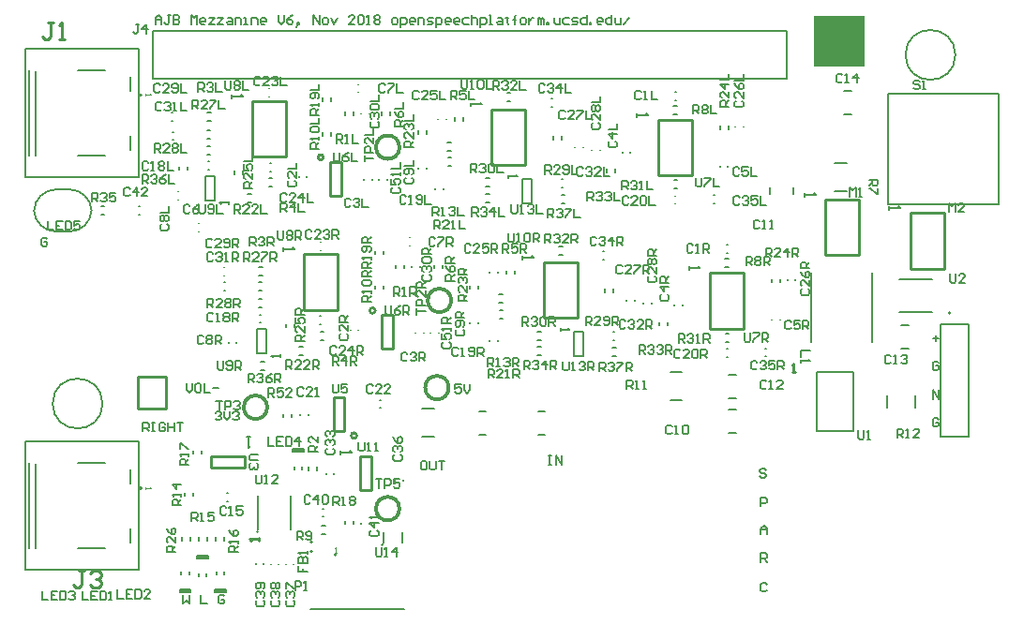
<source format=gto>
G04 Layer_Color=65535*
%FSLAX43Y43*%
%MOMM*%
G71*
G01*
G75*
%ADD42C,0.152*%
%ADD43C,0.254*%
%ADD64C,0.200*%
%ADD65C,0.100*%
%ADD66C,0.000*%
%ADD67C,0.127*%
%ADD68C,0.300*%
%ADD69C,0.280*%
%ADD70C,0.120*%
%ADD71C,0.152*%
%ADD72R,4.572X4.674*%
D42*
X2067Y37843D02*
G03*
X67Y35941I0J-2003D01*
G01*
X3267Y34039D02*
G03*
X5267Y35941I0J2003D01*
G01*
Y35941D02*
G03*
X3267Y37843I-2000J-100D01*
G01*
X67Y35941D02*
G03*
X2067Y34039I2000J100D01*
G01*
X33350Y5918D02*
Y6883D01*
X31585Y5926D02*
Y6891D01*
X2067Y37843D02*
X2067Y37843D01*
X3267D01*
X2067Y34039D02*
X2067Y34039D01*
X3267D01*
X79700Y36500D02*
X87200D01*
Y46500D01*
X77200D02*
X87200D01*
X77200Y36500D02*
Y46500D01*
Y36500D02*
X79700D01*
X14041Y1575D02*
X14216D01*
X14041D02*
X14216D01*
X13216D02*
X14041D01*
X13216Y1475D02*
Y1575D01*
Y1475D02*
X14216Y1675D01*
Y1475D02*
Y1675D01*
X13216D02*
X14216Y1475D01*
X13216D02*
Y1675D01*
Y1475D02*
X14216D01*
Y1675D01*
X17216Y1575D02*
X17391D01*
X17216D02*
X17391D01*
X16391D02*
X17216D01*
X16391Y1475D02*
Y1575D01*
Y1475D02*
X17391Y1675D01*
Y1475D02*
Y1675D01*
X16391D02*
X17391Y1475D01*
X16391D02*
Y1675D01*
Y1475D02*
X17391D01*
Y1675D01*
X14765Y4610D02*
X14940D01*
X14765D02*
X14940D01*
X15765D01*
Y4710D01*
X14765Y4510D02*
X15765Y4710D01*
X14765Y4510D02*
Y4710D01*
X15765Y4510D01*
Y4710D01*
X14765D02*
X15765D01*
X14765Y4510D02*
Y4710D01*
X23427Y14275D02*
X23602D01*
X23427D02*
X23602D01*
X24427D01*
Y14375D01*
X23427Y14175D02*
X24427Y14375D01*
X23427Y14175D02*
Y14375D01*
X24427Y14175D01*
Y14375D01*
X23427D02*
X24427D01*
X23427Y14175D02*
Y14375D01*
X35103Y15494D02*
X36169D01*
X35103Y18034D02*
X36170D01*
X72365Y37719D02*
X73431D01*
X72365Y40259D02*
X73431D01*
X57506Y18796D02*
X58572D01*
X57506Y21336D02*
X58572D01*
X79629Y18136D02*
Y19202D01*
X77089Y18136D02*
Y19202D01*
X45541Y23622D02*
X45845D01*
X45541Y22860D02*
X45845D01*
X40869Y37465D02*
X41173D01*
X40869Y36703D02*
X41173D01*
X45541Y24257D02*
X45845D01*
X45541Y25019D02*
X45845D01*
X40869Y38100D02*
X41173D01*
X40869Y38862D02*
X41173D01*
X23556Y25375D02*
Y25679D01*
X22794Y25375D02*
Y25679D01*
X18884Y39218D02*
Y39522D01*
X18122Y39218D02*
Y39522D01*
X24039Y23622D02*
X24343D01*
X24039Y22860D02*
X24343D01*
X19367Y37465D02*
X19671D01*
X19367Y36703D02*
X19671D01*
X23343Y17247D02*
Y17551D01*
X22581Y17247D02*
Y17551D01*
X14148Y6134D02*
Y6439D01*
X13386Y6134D02*
Y6439D01*
X15164Y13945D02*
Y14249D01*
X14402Y13945D02*
Y14249D01*
X16485Y6109D02*
Y6413D01*
X17247Y6109D02*
Y6413D01*
X15672Y6109D02*
Y6413D01*
X14910Y6109D02*
Y6413D01*
X14478Y10160D02*
Y10465D01*
X13716Y10160D02*
Y10465D01*
X28194Y7620D02*
Y7925D01*
X28956Y7620D02*
Y7925D01*
X26035Y6731D02*
X26340D01*
X26035Y7493D02*
X26340D01*
X24867Y12471D02*
Y12776D01*
X25629Y12471D02*
Y12776D01*
X57250Y25563D02*
Y25867D01*
X56488Y25563D02*
Y25867D01*
X52578Y39406D02*
Y39710D01*
X51816Y39406D02*
Y39710D01*
X47458Y32708D02*
X47763D01*
X47458Y31946D02*
X47763D01*
X42786Y46551D02*
X43091D01*
X42786Y45789D02*
X43091D01*
X62511Y24836D02*
X62816D01*
X62511Y24074D02*
X62816D01*
X57839Y38679D02*
X58144D01*
X57839Y37917D02*
X58144D01*
X51598Y28538D02*
Y28843D01*
X52360Y28538D02*
Y28843D01*
X46926Y42381D02*
Y42686D01*
X47688Y42381D02*
Y42686D01*
X20356Y27178D02*
X20660D01*
X20356Y27940D02*
X20660D01*
X15684Y41021D02*
X15988D01*
X15684Y41783D02*
X15988D01*
X20345Y29439D02*
X20650D01*
X20345Y28677D02*
X20650D01*
X15697Y43205D02*
X16002D01*
X15697Y42443D02*
X16002D01*
X66689Y29459D02*
Y29763D01*
X67451Y29459D02*
Y29763D01*
X62017Y43302D02*
Y43606D01*
X62779Y43302D02*
Y43606D01*
X39421Y28854D02*
Y29159D01*
X40183Y28854D02*
Y29159D01*
X34773Y42850D02*
Y43155D01*
X35535Y42850D02*
Y43155D01*
X42113Y26213D02*
X42418D01*
X42113Y26975D02*
X42418D01*
X37440Y39954D02*
X37744D01*
X37440Y40716D02*
X37744D01*
X42062Y27610D02*
X42367D01*
X42062Y28372D02*
X42367D01*
X37414Y41326D02*
X37719D01*
X37414Y42088D02*
X37719D01*
X31596Y28870D02*
Y29174D01*
X30834Y28870D02*
Y29174D01*
X26924Y42713D02*
Y43017D01*
X26162Y42713D02*
Y43017D01*
X62472Y30797D02*
X62776D01*
X62472Y31559D02*
X62776D01*
X57800Y44640D02*
X58104D01*
X57800Y45402D02*
X58104D01*
X36168Y30709D02*
Y31013D01*
X36930Y30709D02*
Y31013D01*
X31496Y44552D02*
Y44856D01*
X32258Y44552D02*
Y44856D01*
X42733Y30201D02*
Y30505D01*
X43495Y30201D02*
Y30505D01*
X38061Y44044D02*
Y44348D01*
X38823Y44044D02*
Y44348D01*
X25944Y25019D02*
X26248D01*
X25944Y24257D02*
X26248D01*
X21272Y38862D02*
X21576D01*
X21272Y38100D02*
X21576D01*
X20371Y30836D02*
X20676D01*
X20371Y30074D02*
X20676D01*
X15723Y44780D02*
X16027D01*
X15723Y44018D02*
X16027D01*
X32766Y30734D02*
Y31039D01*
X33528Y30734D02*
Y31039D01*
X28155Y44552D02*
Y44856D01*
X28917Y44552D02*
Y44856D01*
X26924Y45822D02*
Y46126D01*
X26162Y45822D02*
Y46126D01*
X31596Y31979D02*
Y32283D01*
X30834Y31979D02*
Y32283D01*
X6121Y36347D02*
X6426D01*
X6121Y35585D02*
X6426D01*
X13169Y39598D02*
Y39902D01*
X13931Y39598D02*
Y39902D01*
X20573Y21494D02*
X20877D01*
X20573Y22256D02*
X20877D01*
X47673Y37356D02*
X47977D01*
X47673Y36594D02*
X47977D01*
X52323Y23556D02*
X52627D01*
X52323Y22794D02*
X52627D01*
X62814Y15824D02*
X63424D01*
X62814Y17958D02*
X63424D01*
X66497Y37414D02*
Y38024D01*
X68631Y37414D02*
Y38024D01*
X62811Y18999D02*
X63421D01*
X62811Y21133D02*
X63421D01*
X78395Y23433D02*
X79005D01*
X78395Y25567D02*
X79005D01*
X73228Y44653D02*
X73838D01*
X73228Y46787D02*
X73838D01*
X45568Y17831D02*
X46177D01*
X45568Y15697D02*
X46177D01*
X40259Y17805D02*
X40869D01*
X40259Y15672D02*
X40869D01*
X17196Y30810D02*
X17247D01*
X17196Y30074D02*
X17247D01*
X12497Y44806D02*
X12548D01*
X12497Y44069D02*
X12548D01*
X18356Y23975D02*
Y24025D01*
X17619Y23975D02*
Y24025D01*
X13075Y37681D02*
X13125D01*
X13075Y36944D02*
X13125D01*
X31279Y18110D02*
X31330D01*
X31279Y18847D02*
X31330D01*
X24867Y17475D02*
Y17526D01*
X24130Y17475D02*
Y17526D01*
X17501Y10389D02*
X17551D01*
X17501Y9652D02*
X17551D01*
X30353Y7645D02*
Y7696D01*
X29616Y7645D02*
Y7696D01*
X26137Y9017D02*
X26187D01*
X26137Y8280D02*
X26187D01*
X20091Y3988D02*
Y4039D01*
X20828Y3988D02*
Y4039D01*
X21438Y3962D02*
Y4013D01*
X22174Y3963D02*
Y4013D01*
X22784Y3976D02*
Y4027D01*
X23520Y3976D02*
Y4027D01*
X32639Y11557D02*
Y11608D01*
X33376Y11557D02*
Y11608D01*
X27178Y12116D02*
Y12167D01*
X26441Y12116D02*
Y12166D01*
X36637Y24867D02*
Y24917D01*
X35900Y24867D02*
Y24917D01*
X31965Y38710D02*
Y38760D01*
X31228Y38710D02*
Y38760D01*
X66115Y23495D02*
X66165D01*
X66115Y22758D02*
X66165D01*
X61443Y37338D02*
X61493D01*
X61443Y36601D02*
X61493D01*
X51471Y32226D02*
X51522D01*
X51472Y31489D02*
X51522D01*
X46799Y46069D02*
X46850D01*
X46800Y45332D02*
X46850D01*
X52375Y24219D02*
X52425D01*
X52375Y24956D02*
X52425D01*
X47750Y38019D02*
X47800D01*
X47750Y38756D02*
X47800D01*
X17247Y29439D02*
X17297D01*
X17247Y28702D02*
X17297D01*
X12597Y43053D02*
X12647D01*
X12597Y42316D02*
X12647D01*
X34898Y30836D02*
Y30886D01*
X34161Y30836D02*
Y30886D01*
X30328Y44679D02*
Y44729D01*
X29591Y44679D02*
Y44729D01*
X55856Y27554D02*
Y27604D01*
X55120Y27554D02*
Y27604D01*
X51184Y41397D02*
Y41447D01*
X50448Y41397D02*
Y41447D01*
X54329Y27788D02*
Y27838D01*
X53592Y27788D02*
Y27838D01*
X49657Y41631D02*
Y41681D01*
X48920Y41631D02*
Y41681D01*
X68822Y29654D02*
Y29705D01*
X68085Y29654D02*
Y29704D01*
X64150Y43497D02*
Y43548D01*
X63413Y43497D02*
Y43547D01*
X41971Y30328D02*
Y30378D01*
X41234Y30328D02*
Y30378D01*
X37299Y44171D02*
Y44221D01*
X36562Y44171D02*
Y44221D01*
X25883Y25679D02*
X25933D01*
X25883Y26416D02*
X25933D01*
X21399Y39497D02*
X21449D01*
X21399Y40234D02*
X21449D01*
X25944Y32385D02*
X25994D01*
X25944Y33122D02*
X25994D01*
X21272Y46228D02*
X21322D01*
X21272Y46965D02*
X21322D01*
X62613Y23439D02*
X62664D01*
X62613Y22702D02*
X62664D01*
X57941Y37282D02*
X57992D01*
X57941Y36545D02*
X57992D01*
X41199Y24155D02*
Y24206D01*
X41935Y24156D02*
Y24206D01*
X36297Y37897D02*
Y37948D01*
X37033Y37897D02*
Y37948D01*
X20483Y26543D02*
X20533D01*
X20483Y25806D02*
X20533D01*
X15811Y40386D02*
X15861D01*
X15811Y39649D02*
X15861D01*
X40157Y25756D02*
Y25806D01*
X39421Y25756D02*
Y25806D01*
X35535Y39726D02*
Y39776D01*
X34798Y39726D02*
Y39776D01*
X33984Y33528D02*
X34034D01*
X33984Y32791D02*
X34034D01*
X29312Y47371D02*
X29362D01*
X29312Y46634D02*
X29362D01*
X66663Y26072D02*
Y26123D01*
X67399Y26073D02*
Y26123D01*
X61991Y39915D02*
Y39966D01*
X62727Y39916D02*
Y39966D01*
X58600Y27350D02*
Y27401D01*
X57863Y27350D02*
Y27401D01*
X53928Y41193D02*
Y41244D01*
X53191Y41193D02*
Y41244D01*
X34517Y24867D02*
Y24917D01*
X35254Y24867D02*
Y24917D01*
X29845Y38710D02*
Y38760D01*
X30582Y38710D02*
Y38760D01*
X28636Y25121D02*
Y25171D01*
X29373Y25121D02*
Y25171D01*
X23964Y38964D02*
Y39014D01*
X24701Y38964D02*
Y39014D01*
X62649Y32092D02*
X62700D01*
X62649Y32829D02*
X62700D01*
X57977Y45935D02*
X58028D01*
X57977Y46672D02*
X58028D01*
X14935Y34798D02*
X14986D01*
X14936Y34061D02*
X14986D01*
X9525Y35594D02*
X9575D01*
X9525Y36331D02*
X9575D01*
D43*
X29206Y15601D02*
G03*
X29206Y15601I-250J0D01*
G01*
X30885Y26903D02*
G03*
X30885Y26903I-250J0D01*
G01*
X26213Y40746D02*
G03*
X26213Y40746I-250J0D01*
G01*
X11969Y18007D02*
Y20957D01*
X9469D02*
X11969D01*
X9469Y18007D02*
Y20957D01*
Y18007D02*
X11969D01*
X16026Y13716D02*
X19076D01*
X16026Y12751D02*
X19076D01*
Y13716D01*
X16026Y12751D02*
Y13716D01*
X29540Y10667D02*
Y13717D01*
X30505Y10667D02*
Y13717D01*
X29540D02*
X30505D01*
X29540Y10667D02*
X30505D01*
X27127Y19076D02*
X28092D01*
X27127Y16026D02*
X28092D01*
X27127D02*
Y19076D01*
X28092Y16026D02*
Y19076D01*
X31499Y23428D02*
X32464D01*
X31499Y26478D02*
X32464D01*
Y23428D02*
Y26478D01*
X31499Y23428D02*
Y26478D01*
X26827Y37271D02*
X27792D01*
X26827Y40321D02*
X27792D01*
Y37271D02*
Y40321D01*
X26827Y37271D02*
Y40321D01*
X46062Y26244D02*
X49110D01*
X46062D02*
Y31244D01*
X49110D01*
Y26244D02*
Y31244D01*
X41390Y40087D02*
X44438D01*
X41390D02*
Y45087D01*
X44438D01*
Y40087D02*
Y45087D01*
X24467Y26972D02*
X27515D01*
X24467D02*
Y31972D01*
X27515D01*
Y26972D02*
Y31972D01*
X19795Y40815D02*
X22843D01*
X19795D02*
Y45815D01*
X22843D01*
Y40815D02*
Y45815D01*
X61101Y25282D02*
X64149D01*
X61101D02*
Y30282D01*
X64149D01*
Y25282D02*
Y30282D01*
X56429Y39125D02*
X59477D01*
X56429D02*
Y44125D01*
X59477D01*
Y39125D02*
Y44125D01*
X71526Y31917D02*
X74574D01*
X71526D02*
Y36917D01*
X74574D01*
Y31917D02*
Y36917D01*
X79201Y30700D02*
X82249D01*
X79201D02*
Y35700D01*
X82249D01*
Y30700D02*
Y35700D01*
X4622Y3403D02*
X4115D01*
X4369D01*
Y2134D01*
X4115Y1880D01*
X3861D01*
X3607Y2134D01*
X5130Y3149D02*
X5384Y3403D01*
X5892D01*
X6146Y3149D01*
Y2895D01*
X5892Y2641D01*
X5638D01*
X5892D01*
X6146Y2387D01*
Y2134D01*
X5892Y1880D01*
X5384D01*
X5130Y2134D01*
X1803Y52959D02*
X1295D01*
X1549D01*
Y51689D01*
X1295Y51435D01*
X1041D01*
X787Y51689D01*
X2311Y51435D02*
X2819D01*
X2565D01*
Y52959D01*
X2311Y52705D01*
X68524Y21304D02*
X68790D01*
X68657D01*
Y22104D01*
X68524Y21970D01*
X20345Y6121D02*
Y6388D01*
Y6255D01*
X19546D01*
X19679Y6121D01*
D64*
X9800Y10850D02*
G03*
X9800Y10850I-100J0D01*
G01*
Y46350D02*
G03*
X9800Y46350I-100J0D01*
G01*
X82834Y26676D02*
G03*
X82834Y26676I-100J0D01*
G01*
X-700Y3450D02*
X9500D01*
X-700D02*
Y15050D01*
X9500D01*
Y3450D02*
Y15050D01*
Y38950D02*
Y50550D01*
X-700D02*
X9500D01*
X-700Y38950D02*
Y50550D01*
Y38950D02*
X9500D01*
X75775Y24051D02*
Y30301D01*
X70275Y24051D02*
Y30301D01*
X68000Y51121D02*
Y52124D01*
Y47857D02*
Y48860D01*
Y51121D01*
X10787Y52124D02*
X68000D01*
X10787Y47857D02*
X68000D01*
X10787D02*
Y52124D01*
X74024Y16054D02*
Y21304D01*
X70774Y16054D02*
X74024D01*
X70774D02*
Y21304D01*
X74024D01*
X81930Y25650D02*
X84470D01*
Y15490D02*
Y25650D01*
X81930Y15490D02*
Y25650D01*
Y15490D02*
X84470D01*
X19601Y15483D02*
X19268D01*
X19435D01*
Y14484D01*
X19601Y14650D01*
X27773Y14242D02*
Y13909D01*
Y14075D01*
X28772D01*
X28606Y14242D01*
X44161Y31844D02*
Y31511D01*
Y31677D01*
X45161D01*
X44994Y31844D01*
X39489Y45687D02*
Y45354D01*
Y45520D01*
X40489D01*
X40322Y45687D01*
X22566Y32572D02*
Y32239D01*
Y32405D01*
X23566D01*
X23399Y32572D01*
X17894Y46415D02*
Y46082D01*
Y46248D01*
X18894D01*
X18727Y46415D01*
X59199Y30882D02*
Y30549D01*
Y30716D01*
X60199D01*
X60032Y30882D01*
X54527Y44725D02*
Y44392D01*
Y44559D01*
X55527D01*
X55360Y44725D01*
X69625Y37517D02*
Y37184D01*
Y37350D01*
X70625D01*
X70458Y37517D01*
X77300Y36300D02*
Y35967D01*
Y36133D01*
X78300D01*
X78133Y36300D01*
D65*
X31621Y5740D02*
G03*
X31621Y5740I-100J0D01*
G01*
D66*
X27388Y4846D02*
G03*
X27388Y4846I-127J0D01*
G01*
X20342Y6911D02*
G03*
X20342Y6911I-100J0D01*
G01*
D67*
X83251Y50000D02*
G03*
X83251Y50000I-2251J0D01*
G01*
X6251Y18500D02*
G03*
X6251Y18500I-2251J0D01*
G01*
X250Y5440D02*
Y13060D01*
X8800Y5900D02*
Y7200D01*
X4000Y5400D02*
X6500D01*
X-400D02*
Y13100D01*
X4000D02*
X6500D01*
X8800Y11250D02*
Y12500D01*
Y46750D02*
Y48000D01*
X4000Y48600D02*
X6500D01*
X-400Y40900D02*
Y48600D01*
X4000Y40900D02*
X6500D01*
X8800Y41400D02*
Y42700D01*
X250Y40940D02*
Y48560D01*
X25011Y-104D02*
X33511D01*
X78184Y29751D02*
X81184D01*
X78184Y26751D02*
X81184D01*
X48817Y22776D02*
X49681D01*
Y24976D01*
X48817D02*
X49681D01*
X48817Y22776D02*
Y24976D01*
X44145Y36619D02*
X45009D01*
Y38819D01*
X44145D02*
X45009D01*
X44145Y36619D02*
Y38819D01*
X15531Y39073D02*
X16395D01*
X15531Y36873D02*
Y39073D01*
Y36873D02*
X16395D01*
Y39073D01*
X20203Y25230D02*
X21067D01*
X20203Y23030D02*
Y25230D01*
Y23030D02*
X21067D01*
Y25230D01*
X13216Y1675D02*
X14216D01*
X14072Y3048D02*
Y3302D01*
X13360Y3048D02*
Y3302D01*
X16391Y1675D02*
X17391D01*
X17247Y3048D02*
Y3302D01*
X16535Y3048D02*
Y3302D01*
X14765Y4510D02*
X15765D01*
X14910Y2883D02*
Y3137D01*
X15621Y2883D02*
Y3137D01*
X23427Y14175D02*
X24427D01*
X23571Y12548D02*
Y12802D01*
X24282Y12548D02*
Y12802D01*
X20242Y7161D02*
Y10161D01*
X23242Y7161D02*
Y10161D01*
D68*
X33061Y9000D02*
G03*
X33061Y9000I-1061J0D01*
G01*
X21127Y18161D02*
G03*
X21127Y18161I-1061J0D01*
G01*
X37737Y27813D02*
G03*
X37737Y27813I-1061J0D01*
G01*
X33065Y41656D02*
G03*
X33065Y41656I-1061J0D01*
G01*
X37510Y19939D02*
G03*
X37510Y19939I-1061J0D01*
G01*
D69*
X25019Y5207D02*
X25070D01*
X25019Y6020D02*
X25070D01*
D70*
X10100Y10950D02*
Y10783D01*
Y10867D01*
X10600D01*
X10517Y10950D01*
X10100Y46450D02*
Y46283D01*
Y46367D01*
X10600D01*
X10517Y46450D01*
X27229Y4978D02*
X27395D01*
X27312D01*
Y5478D01*
X27229Y5395D01*
D71*
X47598Y25324D02*
Y25057D01*
Y25191D01*
X48398D01*
X48264Y25324D01*
X42926Y39167D02*
Y38900D01*
Y39034D01*
X43726D01*
X43592Y39167D01*
X17614Y36525D02*
Y36792D01*
Y36658D01*
X16814D01*
X16948Y36525D01*
X22286Y22682D02*
Y22949D01*
Y22815D01*
X21486D01*
X21620Y22682D01*
X51125Y21425D02*
Y22225D01*
X51525D01*
X51658Y22091D01*
Y21825D01*
X51525Y21692D01*
X51125D01*
X51392D02*
X51658Y21425D01*
X51925Y22091D02*
X52058Y22225D01*
X52325D01*
X52458Y22091D01*
Y21958D01*
X52325Y21825D01*
X52191D01*
X52325D01*
X52458Y21692D01*
Y21558D01*
X52325Y21425D01*
X52058D01*
X51925Y21558D01*
X52724Y22225D02*
X53258D01*
Y22091D01*
X52724Y21558D01*
Y21425D01*
X53524D02*
Y22225D01*
X53924D01*
X54057Y22091D01*
Y21825D01*
X53924Y21692D01*
X53524D01*
X53791D02*
X54057Y21425D01*
X46450Y35300D02*
Y36100D01*
X46850D01*
X46983Y35966D01*
Y35700D01*
X46850Y35567D01*
X46450D01*
X46717D02*
X46983Y35300D01*
X47250Y35966D02*
X47383Y36100D01*
X47650D01*
X47783Y35966D01*
Y35833D01*
X47650Y35700D01*
X47516D01*
X47650D01*
X47783Y35567D01*
Y35433D01*
X47650Y35300D01*
X47383D01*
X47250Y35433D01*
X48049Y36100D02*
X48583D01*
Y35966D01*
X48049Y35433D01*
Y35300D01*
X48849Y36100D02*
Y35300D01*
X49382D01*
X19406Y20396D02*
Y21196D01*
X19805D01*
X19939Y21063D01*
Y20796D01*
X19805Y20663D01*
X19406D01*
X19672D02*
X19939Y20396D01*
X20205Y21063D02*
X20339Y21196D01*
X20605D01*
X20739Y21063D01*
Y20929D01*
X20605Y20796D01*
X20472D01*
X20605D01*
X20739Y20663D01*
Y20529D01*
X20605Y20396D01*
X20339D01*
X20205Y20529D01*
X21538Y21196D02*
X21272Y21063D01*
X21005Y20796D01*
Y20529D01*
X21138Y20396D01*
X21405D01*
X21538Y20529D01*
Y20663D01*
X21405Y20796D01*
X21005D01*
X21805Y20396D02*
Y21196D01*
X22205D01*
X22338Y21063D01*
Y20796D01*
X22205Y20663D01*
X21805D01*
X22071D02*
X22338Y20396D01*
X9825Y38375D02*
Y39175D01*
X10225D01*
X10358Y39041D01*
Y38775D01*
X10225Y38642D01*
X9825D01*
X10092D02*
X10358Y38375D01*
X10625Y39041D02*
X10758Y39175D01*
X11025D01*
X11158Y39041D01*
Y38908D01*
X11025Y38775D01*
X10891D01*
X11025D01*
X11158Y38642D01*
Y38508D01*
X11025Y38375D01*
X10758D01*
X10625Y38508D01*
X11958Y39175D02*
X11691Y39041D01*
X11424Y38775D01*
Y38508D01*
X11558Y38375D01*
X11824D01*
X11958Y38508D01*
Y38642D01*
X11824Y38775D01*
X11424D01*
X12224Y39175D02*
Y38375D01*
X12757D01*
X5298Y36725D02*
Y37525D01*
X5698D01*
X5832Y37391D01*
Y37125D01*
X5698Y36992D01*
X5298D01*
X5565D02*
X5832Y36725D01*
X6098Y37391D02*
X6231Y37525D01*
X6498D01*
X6631Y37391D01*
Y37258D01*
X6498Y37125D01*
X6365D01*
X6498D01*
X6631Y36992D01*
Y36858D01*
X6498Y36725D01*
X6231D01*
X6098Y36858D01*
X7431Y37525D02*
X6898D01*
Y37125D01*
X7164Y37258D01*
X7298D01*
X7431Y37125D01*
Y36858D01*
X7298Y36725D01*
X7031D01*
X6898Y36858D01*
X1300Y34975D02*
Y34175D01*
X1833D01*
X2633Y34975D02*
X2100D01*
Y34175D01*
X2633D01*
X2100Y34575D02*
X2366D01*
X2899Y34975D02*
Y34175D01*
X3299D01*
X3433Y34308D01*
Y34841D01*
X3299Y34975D01*
X2899D01*
X4232D02*
X3699D01*
Y34575D01*
X3966Y34708D01*
X4099D01*
X4232Y34575D01*
Y34308D01*
X4099Y34175D01*
X3833D01*
X3699Y34308D01*
X8731Y37896D02*
X8598Y38030D01*
X8331D01*
X8198Y37896D01*
Y37363D01*
X8331Y37230D01*
X8598D01*
X8731Y37363D01*
X9397Y37230D02*
Y38030D01*
X8998Y37630D01*
X9531D01*
X10330Y37230D02*
X9797D01*
X10330Y37763D01*
Y37896D01*
X10197Y38030D01*
X9931D01*
X9797Y37896D01*
X14141Y36347D02*
X14008Y36480D01*
X13741D01*
X13608Y36347D01*
Y35814D01*
X13741Y35681D01*
X14008D01*
X14141Y35814D01*
X14941Y36480D02*
X14674Y36347D01*
X14408Y36080D01*
Y35814D01*
X14541Y35681D01*
X14808D01*
X14941Y35814D01*
Y35947D01*
X14808Y36080D01*
X14408D01*
X20091Y12052D02*
Y11385D01*
X20225Y11252D01*
X20491D01*
X20625Y11385D01*
Y12052D01*
X20891Y11252D02*
X21158D01*
X21024D01*
Y12052D01*
X20891Y11919D01*
X22091Y11252D02*
X21558D01*
X22091Y11785D01*
Y11919D01*
X21957Y12052D01*
X21691D01*
X21558Y11919D01*
X16637Y22339D02*
Y21672D01*
X16770Y21539D01*
X17037D01*
X17170Y21672D01*
Y22339D01*
X17437Y21672D02*
X17570Y21539D01*
X17837D01*
X17970Y21672D01*
Y22206D01*
X17837Y22339D01*
X17570D01*
X17437Y22206D01*
Y22072D01*
X17570Y21939D01*
X17970D01*
X18236Y21539D02*
Y22339D01*
X18636D01*
X18770Y22206D01*
Y21939D01*
X18636Y21806D01*
X18236D01*
X18503D02*
X18770Y21539D01*
X14986Y36487D02*
Y35820D01*
X15119Y35687D01*
X15386D01*
X15519Y35820D01*
Y36487D01*
X15786Y35820D02*
X15919Y35687D01*
X16186D01*
X16319Y35820D01*
Y36353D01*
X16186Y36487D01*
X15919D01*
X15786Y36353D01*
Y36220D01*
X15919Y36087D01*
X16319D01*
X16585Y36487D02*
Y35687D01*
X17119D01*
X30492Y30734D02*
X29692D01*
Y31134D01*
X29826Y31267D01*
X30092D01*
X30225Y31134D01*
Y30734D01*
Y31001D02*
X30492Y31267D01*
Y31534D02*
Y31800D01*
Y31667D01*
X29692D01*
X29826Y31534D01*
X30359Y32200D02*
X30492Y32333D01*
Y32600D01*
X30359Y32733D01*
X29826D01*
X29692Y32600D01*
Y32333D01*
X29826Y32200D01*
X29959D01*
X30092Y32333D01*
Y32733D01*
X30492Y33000D02*
X29692D01*
Y33400D01*
X29826Y33533D01*
X30092D01*
X30225Y33400D01*
Y33000D01*
Y33267D02*
X30492Y33533D01*
X25820Y44577D02*
X25020D01*
Y44977D01*
X25154Y45110D01*
X25420D01*
X25553Y44977D01*
Y44577D01*
Y44844D02*
X25820Y45110D01*
Y45377D02*
Y45643D01*
Y45510D01*
X25020D01*
X25154Y45377D01*
X25687Y46043D02*
X25820Y46176D01*
Y46443D01*
X25687Y46576D01*
X25154D01*
X25020Y46443D01*
Y46176D01*
X25154Y46043D01*
X25287D01*
X25420Y46176D01*
Y46576D01*
X25020Y46843D02*
X25820D01*
Y47376D01*
X82779Y30213D02*
Y29546D01*
X82912Y29413D01*
X83178D01*
X83312Y29546D01*
Y30213D01*
X84112Y29413D02*
X83578D01*
X84112Y29946D01*
Y30080D01*
X83978Y30213D01*
X83712D01*
X83578Y30080D01*
X80033Y47566D02*
X79900Y47700D01*
X79633D01*
X79500Y47566D01*
Y47433D01*
X79633Y47300D01*
X79900D01*
X80033Y47167D01*
Y47033D01*
X79900Y46900D01*
X79633D01*
X79500Y47033D01*
X80300Y46900D02*
X80566D01*
X80433D01*
Y47700D01*
X80300Y47566D01*
X82702Y35789D02*
Y36588D01*
X82969Y36322D01*
X83236Y36588D01*
Y35789D01*
X84035D02*
X83502D01*
X84035Y36322D01*
Y36455D01*
X83902Y36588D01*
X83635D01*
X83502Y36455D01*
X74481Y16074D02*
Y15407D01*
X74614Y15274D01*
X74881D01*
X75014Y15407D01*
Y16074D01*
X75281Y15274D02*
X75547D01*
X75414D01*
Y16074D01*
X75281Y15940D01*
X78003Y15418D02*
Y16218D01*
X78403D01*
X78537Y16084D01*
Y15818D01*
X78403Y15684D01*
X78003D01*
X78270D02*
X78537Y15418D01*
X78803D02*
X79070D01*
X78936D01*
Y16218D01*
X78803Y16084D01*
X80003Y15418D02*
X79470D01*
X80003Y15951D01*
Y16084D01*
X79869Y16218D01*
X79603D01*
X79470Y16084D01*
X53594Y19812D02*
Y20612D01*
X53994D01*
X54127Y20478D01*
Y20212D01*
X53994Y20079D01*
X53594D01*
X53861D02*
X54127Y19812D01*
X54394D02*
X54660D01*
X54527D01*
Y20612D01*
X54394Y20478D01*
X55060Y19812D02*
X55327D01*
X55193D01*
Y20612D01*
X55060Y20478D01*
X73725Y37217D02*
Y38017D01*
X73992Y37750D01*
X74258Y38017D01*
Y37217D01*
X74525D02*
X74791D01*
X74658D01*
Y38017D01*
X74525Y37883D01*
X70145Y23258D02*
X69345D01*
Y22724D01*
Y22458D02*
Y22191D01*
Y22325D01*
X70145D01*
X70012Y22458D01*
X73050Y48164D02*
X72917Y48298D01*
X72650D01*
X72517Y48164D01*
Y47631D01*
X72650Y47498D01*
X72917D01*
X73050Y47631D01*
X73317Y47498D02*
X73583D01*
X73450D01*
Y48298D01*
X73317Y48164D01*
X74383Y47498D02*
Y48298D01*
X73983Y47898D01*
X74516D01*
X77433Y22766D02*
X77300Y22900D01*
X77033D01*
X76900Y22766D01*
Y22233D01*
X77033Y22100D01*
X77300D01*
X77433Y22233D01*
X77700Y22100D02*
X77966D01*
X77833D01*
Y22900D01*
X77700Y22766D01*
X78366D02*
X78499Y22900D01*
X78766D01*
X78899Y22766D01*
Y22633D01*
X78766Y22500D01*
X78633D01*
X78766D01*
X78899Y22367D01*
Y22233D01*
X78766Y22100D01*
X78499D01*
X78366Y22233D01*
X66192Y20478D02*
X66059Y20612D01*
X65792D01*
X65659Y20478D01*
Y19945D01*
X65792Y19812D01*
X66059D01*
X66192Y19945D01*
X66459Y19812D02*
X66725D01*
X66592D01*
Y20612D01*
X66459Y20478D01*
X67658Y19812D02*
X67125D01*
X67658Y20345D01*
Y20478D01*
X67525Y20612D01*
X67258D01*
X67125Y20478D01*
X65583Y34956D02*
X65449Y35090D01*
X65183D01*
X65049Y34956D01*
Y34423D01*
X65183Y34290D01*
X65449D01*
X65583Y34423D01*
X65849Y34290D02*
X66116D01*
X65982D01*
Y35090D01*
X65849Y34956D01*
X66516Y34290D02*
X66782D01*
X66649D01*
Y35090D01*
X66516Y34956D01*
X57683Y16414D02*
X57550Y16548D01*
X57283D01*
X57150Y16414D01*
Y15881D01*
X57283Y15748D01*
X57550D01*
X57683Y15881D01*
X57950Y15748D02*
X58216D01*
X58083D01*
Y16548D01*
X57950Y16414D01*
X58616D02*
X58749Y16548D01*
X59016D01*
X59149Y16414D01*
Y15881D01*
X59016Y15748D01*
X58749D01*
X58616Y15881D01*
Y16414D01*
X75463Y38735D02*
X76263D01*
Y38335D01*
X76130Y38202D01*
X75863D01*
X75730Y38335D01*
Y38735D01*
Y38468D02*
X75463Y38202D01*
X76263Y37935D02*
Y37402D01*
X76130D01*
X75597Y37935D01*
X75463D01*
X54889Y46640D02*
X54756Y46774D01*
X54489D01*
X54356Y46640D01*
Y46107D01*
X54489Y45974D01*
X54756D01*
X54889Y46107D01*
X55156Y45974D02*
X55422D01*
X55289D01*
Y46774D01*
X55156Y46640D01*
X55822Y46774D02*
Y45974D01*
X56355D01*
X59561Y32797D02*
X59428Y32931D01*
X59161D01*
X59028Y32797D01*
Y32264D01*
X59161Y32131D01*
X59428D01*
X59561Y32264D01*
X59828Y32131D02*
X60094D01*
X59961D01*
Y32931D01*
X59828Y32797D01*
X60494Y32131D02*
Y32931D01*
X60894D01*
X61027Y32797D01*
Y32531D01*
X60894Y32398D01*
X60494D01*
X60761D02*
X61027Y32131D01*
X23083Y38633D02*
X22949Y38500D01*
Y38233D01*
X23083Y38100D01*
X23616D01*
X23749Y38233D01*
Y38500D01*
X23616Y38633D01*
X23749Y39433D02*
Y38900D01*
X23216Y39433D01*
X23083D01*
X22949Y39300D01*
Y39033D01*
X23083Y38900D01*
X22949Y39699D02*
X23749D01*
Y40233D01*
X27755Y24790D02*
X27621Y24657D01*
Y24390D01*
X27755Y24257D01*
X28288D01*
X28421Y24390D01*
Y24657D01*
X28288Y24790D01*
X28421Y25590D02*
Y25057D01*
X27888Y25590D01*
X27755D01*
X27621Y25457D01*
Y25190D01*
X27755Y25057D01*
X28421Y25856D02*
X27621D01*
Y26256D01*
X27755Y26390D01*
X28021D01*
X28154Y26256D01*
Y25856D01*
Y26123D02*
X28421Y26390D01*
X28651Y36912D02*
X28518Y37046D01*
X28251D01*
X28118Y36912D01*
Y36379D01*
X28251Y36246D01*
X28518D01*
X28651Y36379D01*
X28918Y36912D02*
X29051Y37046D01*
X29317D01*
X29451Y36912D01*
Y36779D01*
X29317Y36646D01*
X29184D01*
X29317D01*
X29451Y36512D01*
Y36379D01*
X29317Y36246D01*
X29051D01*
X28918Y36379D01*
X29717Y37046D02*
Y36246D01*
X30250D01*
X33782Y22993D02*
X33648Y23126D01*
X33382D01*
X33249Y22993D01*
Y22460D01*
X33382Y22327D01*
X33648D01*
X33782Y22460D01*
X34048Y22993D02*
X34182Y23126D01*
X34448D01*
X34582Y22993D01*
Y22860D01*
X34448Y22726D01*
X34315D01*
X34448D01*
X34582Y22593D01*
Y22460D01*
X34448Y22327D01*
X34182D01*
X34048Y22460D01*
X34848Y22327D02*
Y23126D01*
X35248D01*
X35381Y22993D01*
Y22726D01*
X35248Y22593D01*
X34848D01*
X35115D02*
X35381Y22327D01*
X52039Y42189D02*
X51905Y42056D01*
Y41789D01*
X52039Y41656D01*
X52572D01*
X52705Y41789D01*
Y42056D01*
X52572Y42189D01*
X52705Y42856D02*
X51905D01*
X52305Y42456D01*
Y42989D01*
X51905Y43255D02*
X52705D01*
Y43789D01*
X56711Y28346D02*
X56577Y28213D01*
Y27946D01*
X56711Y27813D01*
X57244D01*
X57377Y27946D01*
Y28213D01*
X57244Y28346D01*
X57377Y29013D02*
X56577D01*
X56977Y28613D01*
Y29146D01*
X57377Y29412D02*
X56577D01*
Y29812D01*
X56711Y29946D01*
X56977D01*
X57110Y29812D01*
Y29412D01*
Y29679D02*
X57377Y29946D01*
X63743Y39718D02*
X63610Y39852D01*
X63343D01*
X63210Y39718D01*
Y39185D01*
X63343Y39052D01*
X63610D01*
X63743Y39185D01*
X64543Y39852D02*
X64010D01*
Y39452D01*
X64276Y39585D01*
X64409D01*
X64543Y39452D01*
Y39185D01*
X64409Y39052D01*
X64143D01*
X64010Y39185D01*
X64809Y39852D02*
Y39052D01*
X65342D01*
X68415Y25875D02*
X68282Y26009D01*
X68015D01*
X67882Y25875D01*
Y25342D01*
X68015Y25209D01*
X68282D01*
X68415Y25342D01*
X69215Y26009D02*
X68682D01*
Y25609D01*
X68948Y25742D01*
X69081D01*
X69215Y25609D01*
Y25342D01*
X69081Y25209D01*
X68815D01*
X68682Y25342D01*
X69481Y25209D02*
Y26009D01*
X69881D01*
X70014Y25875D01*
Y25609D01*
X69881Y25475D01*
X69481D01*
X69748D02*
X70014Y25209D01*
X31775Y47275D02*
X31642Y47409D01*
X31375D01*
X31242Y47275D01*
Y46742D01*
X31375Y46609D01*
X31642D01*
X31775Y46742D01*
X32042Y47409D02*
X32575D01*
Y47275D01*
X32042Y46742D01*
Y46609D01*
X32841Y47409D02*
Y46609D01*
X33375D01*
X36271Y33382D02*
X36138Y33515D01*
X35871D01*
X35738Y33382D01*
Y32848D01*
X35871Y32715D01*
X36138D01*
X36271Y32848D01*
X36538Y33515D02*
X37071D01*
Y33382D01*
X36538Y32848D01*
Y32715D01*
X37337D02*
Y33515D01*
X37737D01*
X37870Y33382D01*
Y33115D01*
X37737Y32982D01*
X37337D01*
X37604D02*
X37870Y32715D01*
X33649Y38913D02*
X33516Y38779D01*
Y38513D01*
X33649Y38379D01*
X34182D01*
X34315Y38513D01*
Y38779D01*
X34182Y38913D01*
Y39179D02*
X34315Y39312D01*
Y39579D01*
X34182Y39712D01*
X33649D01*
X33516Y39579D01*
Y39312D01*
X33649Y39179D01*
X33782D01*
X33916Y39312D01*
Y39712D01*
X33516Y39979D02*
X34315D01*
Y40512D01*
X38260Y25171D02*
X38127Y25038D01*
Y24771D01*
X38260Y24638D01*
X38793D01*
X38926Y24771D01*
Y25038D01*
X38793Y25171D01*
Y25438D02*
X38926Y25571D01*
Y25838D01*
X38793Y25971D01*
X38260D01*
X38127Y25838D01*
Y25571D01*
X38260Y25438D01*
X38393D01*
X38527Y25571D01*
Y25971D01*
X38926Y26237D02*
X38127D01*
Y26637D01*
X38260Y26771D01*
X38527D01*
X38660Y26637D01*
Y26237D01*
Y26504D02*
X38926Y26771D01*
X10383Y40241D02*
X10250Y40375D01*
X9983D01*
X9850Y40241D01*
Y39708D01*
X9983Y39575D01*
X10250D01*
X10383Y39708D01*
X10650Y39575D02*
X10916D01*
X10783D01*
Y40375D01*
X10650Y40241D01*
X11316D02*
X11449Y40375D01*
X11716D01*
X11849Y40241D01*
Y40108D01*
X11716Y39975D01*
X11849Y39842D01*
Y39708D01*
X11716Y39575D01*
X11449D01*
X11316Y39708D01*
Y39842D01*
X11449Y39975D01*
X11316Y40108D01*
Y40241D01*
X11449Y39975D02*
X11716D01*
X12116Y40375D02*
Y39575D01*
X12649D01*
X16254Y26574D02*
X16121Y26708D01*
X15854D01*
X15721Y26574D01*
Y26041D01*
X15854Y25908D01*
X16121D01*
X16254Y26041D01*
X16521Y25908D02*
X16787D01*
X16654D01*
Y26708D01*
X16521Y26574D01*
X17187D02*
X17320Y26708D01*
X17587D01*
X17720Y26574D01*
Y26441D01*
X17587Y26308D01*
X17720Y26175D01*
Y26041D01*
X17587Y25908D01*
X17320D01*
X17187Y26041D01*
Y26175D01*
X17320Y26308D01*
X17187Y26441D01*
Y26574D01*
X17320Y26308D02*
X17587D01*
X17987Y25908D02*
Y26708D01*
X18387D01*
X18520Y26574D01*
Y26308D01*
X18387Y26175D01*
X17987D01*
X18254D02*
X18520Y25908D01*
X33655Y37192D02*
X33521Y37325D01*
X33255D01*
X33122Y37192D01*
Y36658D01*
X33255Y36525D01*
X33521D01*
X33655Y36658D01*
X33921Y36525D02*
X34188D01*
X34055D01*
Y37325D01*
X33921Y37192D01*
X34588Y36658D02*
X34721Y36525D01*
X34988D01*
X35121Y36658D01*
Y37192D01*
X34988Y37325D01*
X34721D01*
X34588Y37192D01*
Y37058D01*
X34721Y36925D01*
X35121D01*
X35388Y37325D02*
Y36525D01*
X35921D01*
X38379Y23450D02*
X38246Y23584D01*
X37979D01*
X37846Y23450D01*
Y22917D01*
X37979Y22784D01*
X38246D01*
X38379Y22917D01*
X38646Y22784D02*
X38912D01*
X38779D01*
Y23584D01*
X38646Y23450D01*
X39312Y22917D02*
X39445Y22784D01*
X39712D01*
X39845Y22917D01*
Y23450D01*
X39712Y23584D01*
X39445D01*
X39312Y23450D01*
Y23317D01*
X39445Y23184D01*
X39845D01*
X40112Y22784D02*
Y23584D01*
X40512D01*
X40645Y23450D01*
Y23184D01*
X40512Y23050D01*
X40112D01*
X40379D02*
X40645Y22784D01*
X53746Y37115D02*
X53613Y37249D01*
X53346D01*
X53213Y37115D01*
Y36582D01*
X53346Y36449D01*
X53613D01*
X53746Y36582D01*
X54546Y36449D02*
X54013D01*
X54546Y36982D01*
Y37115D01*
X54413Y37249D01*
X54146D01*
X54013Y37115D01*
X54812D02*
X54946Y37249D01*
X55212D01*
X55346Y37115D01*
Y36582D01*
X55212Y36449D01*
X54946D01*
X54812Y36582D01*
Y37115D01*
X55612Y37249D02*
Y36449D01*
X56145D01*
X58418Y23272D02*
X58285Y23406D01*
X58018D01*
X57885Y23272D01*
Y22739D01*
X58018Y22606D01*
X58285D01*
X58418Y22739D01*
X59218Y22606D02*
X58685D01*
X59218Y23139D01*
Y23272D01*
X59085Y23406D01*
X58818D01*
X58685Y23272D01*
X59484D02*
X59618Y23406D01*
X59884D01*
X60018Y23272D01*
Y22739D01*
X59884Y22606D01*
X59618D01*
X59484Y22739D01*
Y23272D01*
X60284Y22606D02*
Y23406D01*
X60684D01*
X60817Y23272D01*
Y23006D01*
X60684Y22873D01*
X60284D01*
X60551D02*
X60817Y22606D01*
X20472Y47910D02*
X20339Y48044D01*
X20072D01*
X19939Y47910D01*
Y47377D01*
X20072Y47244D01*
X20339D01*
X20472Y47377D01*
X21272Y47244D02*
X20739D01*
X21272Y47777D01*
Y47910D01*
X21139Y48044D01*
X20872D01*
X20739Y47910D01*
X21538D02*
X21672Y48044D01*
X21938D01*
X22072Y47910D01*
Y47777D01*
X21938Y47644D01*
X21805D01*
X21938D01*
X22072Y47511D01*
Y47377D01*
X21938Y47244D01*
X21672D01*
X21538Y47377D01*
X22338Y48044D02*
Y47244D01*
X22871D01*
X25144Y34067D02*
X25011Y34201D01*
X24744D01*
X24611Y34067D01*
Y33534D01*
X24744Y33401D01*
X25011D01*
X25144Y33534D01*
X25944Y33401D02*
X25411D01*
X25944Y33934D01*
Y34067D01*
X25811Y34201D01*
X25544D01*
X25411Y34067D01*
X26210D02*
X26344Y34201D01*
X26610D01*
X26744Y34067D01*
Y33934D01*
X26610Y33801D01*
X26477D01*
X26610D01*
X26744Y33668D01*
Y33534D01*
X26610Y33401D01*
X26344D01*
X26210Y33534D01*
X27010Y33401D02*
Y34201D01*
X27410D01*
X27543Y34067D01*
Y33801D01*
X27410Y33668D01*
X27010D01*
X27277D02*
X27543Y33401D01*
X22885Y37369D02*
X22752Y37503D01*
X22485D01*
X22352Y37369D01*
Y36836D01*
X22485Y36703D01*
X22752D01*
X22885Y36836D01*
X23685Y36703D02*
X23152D01*
X23685Y37236D01*
Y37369D01*
X23552Y37503D01*
X23285D01*
X23152Y37369D01*
X24351Y36703D02*
Y37503D01*
X23951Y37103D01*
X24485D01*
X24751Y37503D02*
Y36703D01*
X25284D01*
X27369Y23552D02*
X27236Y23685D01*
X26969D01*
X26836Y23552D01*
Y23019D01*
X26969Y22885D01*
X27236D01*
X27369Y23019D01*
X28169Y22885D02*
X27636D01*
X28169Y23419D01*
Y23552D01*
X28036Y23685D01*
X27769D01*
X27636Y23552D01*
X28835Y22885D02*
Y23685D01*
X28435Y23285D01*
X28969D01*
X29235Y22885D02*
Y23685D01*
X29635D01*
X29768Y23552D01*
Y23285D01*
X29635Y23152D01*
X29235D01*
X29502D02*
X29768Y22885D01*
X34823Y46640D02*
X34690Y46774D01*
X34423D01*
X34290Y46640D01*
Y46107D01*
X34423Y45974D01*
X34690D01*
X34823Y46107D01*
X35623Y45974D02*
X35090D01*
X35623Y46507D01*
Y46640D01*
X35490Y46774D01*
X35223D01*
X35090Y46640D01*
X36423Y46774D02*
X35889D01*
Y46374D01*
X36156Y46507D01*
X36289D01*
X36423Y46374D01*
Y46107D01*
X36289Y45974D01*
X36023D01*
X35889Y46107D01*
X36689Y46774D02*
Y45974D01*
X37222D01*
X39495Y32797D02*
X39362Y32931D01*
X39095D01*
X38962Y32797D01*
Y32264D01*
X39095Y32131D01*
X39362D01*
X39495Y32264D01*
X40295Y32131D02*
X39762D01*
X40295Y32664D01*
Y32797D01*
X40162Y32931D01*
X39895D01*
X39762Y32797D01*
X41095Y32931D02*
X40561D01*
Y32531D01*
X40828Y32664D01*
X40961D01*
X41095Y32531D01*
Y32264D01*
X40961Y32131D01*
X40695D01*
X40561Y32264D01*
X41361Y32131D02*
Y32931D01*
X41761D01*
X41894Y32797D01*
Y32531D01*
X41761Y32398D01*
X41361D01*
X41628D02*
X41894Y32131D01*
X63459Y45833D02*
X63325Y45700D01*
Y45433D01*
X63459Y45300D01*
X63992D01*
X64125Y45433D01*
Y45700D01*
X63992Y45833D01*
X64125Y46633D02*
Y46100D01*
X63592Y46633D01*
X63459D01*
X63325Y46500D01*
Y46233D01*
X63459Y46100D01*
X63325Y47433D02*
X63459Y47166D01*
X63725Y46899D01*
X63992D01*
X64125Y47033D01*
Y47299D01*
X63992Y47433D01*
X63858D01*
X63725Y47299D01*
Y46899D01*
X63325Y47699D02*
X64125D01*
Y48232D01*
X69425Y28841D02*
X69292Y28707D01*
Y28441D01*
X69425Y28308D01*
X69958D01*
X70092Y28441D01*
Y28707D01*
X69958Y28841D01*
X70092Y29640D02*
Y29107D01*
X69558Y29640D01*
X69425D01*
X69292Y29507D01*
Y29241D01*
X69425Y29107D01*
X69292Y30440D02*
X69425Y30174D01*
X69692Y29907D01*
X69958D01*
X70092Y30040D01*
Y30307D01*
X69958Y30440D01*
X69825D01*
X69692Y30307D01*
Y29907D01*
X70092Y30707D02*
X69292D01*
Y31107D01*
X69425Y31240D01*
X69692D01*
X69825Y31107D01*
Y30707D01*
Y30973D02*
X70092Y31240D01*
X48031Y44862D02*
X47898Y44996D01*
X47631D01*
X47498Y44862D01*
Y44329D01*
X47631Y44196D01*
X47898D01*
X48031Y44329D01*
X48831Y44196D02*
X48298D01*
X48831Y44729D01*
Y44862D01*
X48698Y44996D01*
X48431D01*
X48298Y44862D01*
X49097Y44996D02*
X49631D01*
Y44862D01*
X49097Y44329D01*
Y44196D01*
X49897Y44996D02*
Y44196D01*
X50430D01*
X53187Y30892D02*
X53054Y31026D01*
X52787D01*
X52654Y30892D01*
Y30359D01*
X52787Y30226D01*
X53054D01*
X53187Y30359D01*
X53987Y30226D02*
X53454D01*
X53987Y30759D01*
Y30892D01*
X53854Y31026D01*
X53587D01*
X53454Y30892D01*
X54254Y31026D02*
X54787D01*
Y30892D01*
X54254Y30359D01*
Y30226D01*
X55053D02*
Y31026D01*
X55453D01*
X55587Y30892D01*
Y30626D01*
X55453Y30493D01*
X55053D01*
X55320D02*
X55587Y30226D01*
X50515Y43840D02*
X50381Y43707D01*
Y43440D01*
X50515Y43307D01*
X51048D01*
X51181Y43440D01*
Y43707D01*
X51048Y43840D01*
X51181Y44640D02*
Y44107D01*
X50648Y44640D01*
X50515D01*
X50381Y44507D01*
Y44240D01*
X50515Y44107D01*
Y44906D02*
X50381Y45040D01*
Y45306D01*
X50515Y45440D01*
X50648D01*
X50781Y45306D01*
X50914Y45440D01*
X51048D01*
X51181Y45306D01*
Y45040D01*
X51048Y44906D01*
X50914D01*
X50781Y45040D01*
X50648Y44906D01*
X50515D01*
X50781Y45040D02*
Y45306D01*
X50381Y45706D02*
X51181D01*
Y46239D01*
X55595Y29997D02*
X55461Y29864D01*
Y29597D01*
X55595Y29464D01*
X56128D01*
X56261Y29597D01*
Y29864D01*
X56128Y29997D01*
X56261Y30797D02*
Y30264D01*
X55728Y30797D01*
X55595D01*
X55461Y30664D01*
Y30397D01*
X55595Y30264D01*
Y31063D02*
X55461Y31197D01*
Y31463D01*
X55595Y31597D01*
X55728D01*
X55861Y31463D01*
X55994Y31597D01*
X56128D01*
X56261Y31463D01*
Y31197D01*
X56128Y31063D01*
X55994D01*
X55861Y31197D01*
X55728Y31063D01*
X55595D01*
X55861Y31197D02*
Y31463D01*
X56261Y31863D02*
X55461D01*
Y32263D01*
X55595Y32396D01*
X55861D01*
X55994Y32263D01*
Y31863D01*
Y32130D02*
X56261Y32396D01*
X30550Y43967D02*
X30417Y43834D01*
Y43567D01*
X30550Y43434D01*
X31083D01*
X31217Y43567D01*
Y43834D01*
X31083Y43967D01*
X30550Y44234D02*
X30417Y44367D01*
Y44634D01*
X30550Y44767D01*
X30683D01*
X30817Y44634D01*
Y44500D01*
Y44634D01*
X30950Y44767D01*
X31083D01*
X31217Y44634D01*
Y44367D01*
X31083Y44234D01*
X30550Y45033D02*
X30417Y45167D01*
Y45433D01*
X30550Y45567D01*
X31083D01*
X31217Y45433D01*
Y45167D01*
X31083Y45033D01*
X30550D01*
X30417Y45833D02*
X31217D01*
Y46366D01*
X35249Y30124D02*
X35116Y29991D01*
Y29724D01*
X35249Y29591D01*
X35782D01*
X35916Y29724D01*
Y29991D01*
X35782Y30124D01*
X35249Y30391D02*
X35116Y30524D01*
Y30791D01*
X35249Y30924D01*
X35382D01*
X35516Y30791D01*
Y30657D01*
Y30791D01*
X35649Y30924D01*
X35782D01*
X35916Y30791D01*
Y30524D01*
X35782Y30391D01*
X35249Y31190D02*
X35116Y31324D01*
Y31590D01*
X35249Y31724D01*
X35782D01*
X35916Y31590D01*
Y31324D01*
X35782Y31190D01*
X35249D01*
X35916Y31990D02*
X35116D01*
Y32390D01*
X35249Y32523D01*
X35516D01*
X35649Y32390D01*
Y31990D01*
Y32257D02*
X35916Y32523D01*
X11582Y45624D02*
X11449Y45758D01*
X11182D01*
X11049Y45624D01*
Y45091D01*
X11182Y44958D01*
X11449D01*
X11582Y45091D01*
X11849Y45624D02*
X11982Y45758D01*
X12249D01*
X12382Y45624D01*
Y45491D01*
X12249Y45358D01*
X12115D01*
X12249D01*
X12382Y45225D01*
Y45091D01*
X12249Y44958D01*
X11982D01*
X11849Y45091D01*
X12648Y44958D02*
X12915D01*
X12782D01*
Y45758D01*
X12648Y45624D01*
X13315Y45758D02*
Y44958D01*
X13848D01*
X16232Y32010D02*
X16099Y32143D01*
X15832D01*
X15699Y32010D01*
Y31477D01*
X15832Y31344D01*
X16099D01*
X16232Y31477D01*
X16499Y32010D02*
X16632Y32143D01*
X16899D01*
X17032Y32010D01*
Y31877D01*
X16899Y31743D01*
X16765D01*
X16899D01*
X17032Y31610D01*
Y31477D01*
X16899Y31344D01*
X16632D01*
X16499Y31477D01*
X17298Y31344D02*
X17565D01*
X17432D01*
Y32143D01*
X17298Y32010D01*
X17965Y31344D02*
Y32143D01*
X18365D01*
X18498Y32010D01*
Y31743D01*
X18365Y31610D01*
X17965D01*
X18232D02*
X18498Y31344D01*
X49633Y39741D02*
X49500Y39875D01*
X49233D01*
X49100Y39741D01*
Y39208D01*
X49233Y39075D01*
X49500D01*
X49633Y39208D01*
X49900Y39741D02*
X50033Y39875D01*
X50300D01*
X50433Y39741D01*
Y39608D01*
X50300Y39475D01*
X50166D01*
X50300D01*
X50433Y39342D01*
Y39208D01*
X50300Y39075D01*
X50033D01*
X49900Y39208D01*
X51233Y39075D02*
X50699D01*
X51233Y39608D01*
Y39741D01*
X51099Y39875D01*
X50833D01*
X50699Y39741D01*
X51499Y39875D02*
Y39075D01*
X52032D01*
X53467Y25914D02*
X53333Y26047D01*
X53067D01*
X52934Y25914D01*
Y25381D01*
X53067Y25248D01*
X53333D01*
X53467Y25381D01*
X53733Y25914D02*
X53867Y26047D01*
X54133D01*
X54266Y25914D01*
Y25781D01*
X54133Y25647D01*
X54000D01*
X54133D01*
X54266Y25514D01*
Y25381D01*
X54133Y25248D01*
X53867D01*
X53733Y25381D01*
X55066Y25248D02*
X54533D01*
X55066Y25781D01*
Y25914D01*
X54933Y26047D01*
X54666D01*
X54533Y25914D01*
X55333Y25248D02*
Y26047D01*
X55733D01*
X55866Y25914D01*
Y25647D01*
X55733Y25514D01*
X55333D01*
X55599D02*
X55866Y25248D01*
X46175Y47286D02*
X46042Y47419D01*
X45775D01*
X45642Y47286D01*
Y46753D01*
X45775Y46619D01*
X46042D01*
X46175Y46753D01*
X46442Y47286D02*
X46575Y47419D01*
X46842D01*
X46975Y47286D01*
Y47153D01*
X46842Y47019D01*
X46708D01*
X46842D01*
X46975Y46886D01*
Y46753D01*
X46842Y46619D01*
X46575D01*
X46442Y46753D01*
X47641Y46619D02*
Y47419D01*
X47241Y47019D01*
X47775D01*
X48041Y47419D02*
Y46619D01*
X48574D01*
X50847Y33443D02*
X50714Y33576D01*
X50447D01*
X50314Y33443D01*
Y32910D01*
X50447Y32776D01*
X50714D01*
X50847Y32910D01*
X51114Y33443D02*
X51247Y33576D01*
X51514D01*
X51647Y33443D01*
Y33310D01*
X51514Y33176D01*
X51380D01*
X51514D01*
X51647Y33043D01*
Y32910D01*
X51514Y32776D01*
X51247D01*
X51114Y32910D01*
X52313Y32776D02*
Y33576D01*
X51913Y33176D01*
X52447D01*
X52713Y32776D02*
Y33576D01*
X53113D01*
X53246Y33443D01*
Y33176D01*
X53113Y33043D01*
X52713D01*
X52980D02*
X53246Y32776D01*
X63779Y37115D02*
X63646Y37249D01*
X63379D01*
X63246Y37115D01*
Y36582D01*
X63379Y36449D01*
X63646D01*
X63779Y36582D01*
X64046Y37115D02*
X64179Y37249D01*
X64446D01*
X64579Y37115D01*
Y36982D01*
X64446Y36849D01*
X64312D01*
X64446D01*
X64579Y36716D01*
Y36582D01*
X64446Y36449D01*
X64179D01*
X64046Y36582D01*
X65379Y37249D02*
X64845D01*
Y36849D01*
X65112Y36982D01*
X65245D01*
X65379Y36849D01*
Y36582D01*
X65245Y36449D01*
X64979D01*
X64845Y36582D01*
X65645Y37249D02*
Y36449D01*
X66178D01*
X65354Y22231D02*
X65221Y22364D01*
X64954D01*
X64821Y22231D01*
Y21698D01*
X64954Y21565D01*
X65221D01*
X65354Y21698D01*
X65621Y22231D02*
X65754Y22364D01*
X66020D01*
X66154Y22231D01*
Y22098D01*
X66020Y21964D01*
X65887D01*
X66020D01*
X66154Y21831D01*
Y21698D01*
X66020Y21565D01*
X65754D01*
X65621Y21698D01*
X66953Y22364D02*
X66420D01*
Y21964D01*
X66687Y22098D01*
X66820D01*
X66953Y21964D01*
Y21698D01*
X66820Y21565D01*
X66554D01*
X66420Y21698D01*
X67220Y21565D02*
Y22364D01*
X67620D01*
X67753Y22231D01*
Y21964D01*
X67620Y21831D01*
X67220D01*
X67487D02*
X67753Y21565D01*
X32455Y38024D02*
X32322Y37890D01*
Y37624D01*
X32455Y37490D01*
X32988D01*
X33122Y37624D01*
Y37890D01*
X32988Y38024D01*
X32322Y38823D02*
Y38290D01*
X32722D01*
X32588Y38557D01*
Y38690D01*
X32722Y38823D01*
X32988D01*
X33122Y38690D01*
Y38423D01*
X32988Y38290D01*
X33122Y39090D02*
Y39356D01*
Y39223D01*
X32322D01*
X32455Y39090D01*
X32322Y39756D02*
X33122D01*
Y40290D01*
X37026Y24028D02*
X36892Y23895D01*
Y23628D01*
X37026Y23495D01*
X37559D01*
X37692Y23628D01*
Y23895D01*
X37559Y24028D01*
X36892Y24828D02*
Y24295D01*
X37292D01*
X37159Y24561D01*
Y24695D01*
X37292Y24828D01*
X37559D01*
X37692Y24695D01*
Y24428D01*
X37559Y24295D01*
X37692Y25094D02*
Y25361D01*
Y25228D01*
X36892D01*
X37026Y25094D01*
X37692Y25761D02*
X36892D01*
Y26161D01*
X37026Y26294D01*
X37292D01*
X37425Y26161D01*
Y25761D01*
Y26028D02*
X37692Y26294D01*
X23940Y3835D02*
Y3302D01*
X24340D01*
Y3569D01*
Y3302D01*
X24740D01*
X23940Y4102D02*
X24740D01*
Y4502D01*
X24606Y4635D01*
X24473D01*
X24340Y4502D01*
Y4102D01*
Y4502D01*
X24206Y4635D01*
X24073D01*
X23940Y4502D01*
Y4102D01*
X24740Y4901D02*
Y5168D01*
Y5035D01*
X23940D01*
X24073Y4901D01*
X9550Y52717D02*
X9284D01*
X9417D01*
Y52051D01*
X9284Y51918D01*
X9150D01*
X9017Y52051D01*
X10217Y51918D02*
Y52717D01*
X9817Y52317D01*
X10350D01*
X21209Y15469D02*
Y14669D01*
X21742D01*
X22542Y15469D02*
X22009D01*
Y14669D01*
X22542D01*
X22009Y15069D02*
X22275D01*
X22808Y15469D02*
Y14669D01*
X23208D01*
X23342Y14803D01*
Y15336D01*
X23208Y15469D01*
X22808D01*
X24008Y14669D02*
Y15469D01*
X23608Y15069D01*
X24141D01*
X23647Y1651D02*
Y2451D01*
X24047D01*
X24181Y2317D01*
Y2051D01*
X24047Y1918D01*
X23647D01*
X24447Y1651D02*
X24714D01*
X24580D01*
Y2451D01*
X24447Y2317D01*
X27381Y42037D02*
Y42837D01*
X27781D01*
X27914Y42703D01*
Y42437D01*
X27781Y42304D01*
X27381D01*
X27648D02*
X27914Y42037D01*
X28181D02*
X28448D01*
X28314D01*
Y42837D01*
X28181Y42703D01*
X28847Y42837D02*
Y42037D01*
X29381D01*
X32551Y28219D02*
Y29019D01*
X32951D01*
X33084Y28886D01*
Y28619D01*
X32951Y28486D01*
X32551D01*
X32818D02*
X33084Y28219D01*
X33351D02*
X33617D01*
X33484D01*
Y29019D01*
X33351Y28886D01*
X34017Y28219D02*
Y29019D01*
X34417D01*
X34550Y28886D01*
Y28619D01*
X34417Y28486D01*
X34017D01*
X34284D02*
X34550Y28219D01*
X14898Y46685D02*
Y47485D01*
X15298D01*
X15431Y47352D01*
Y47085D01*
X15298Y46952D01*
X14898D01*
X15165D02*
X15431Y46685D01*
X15698Y47352D02*
X15831Y47485D01*
X16098D01*
X16231Y47352D01*
Y47218D01*
X16098Y47085D01*
X15964D01*
X16098D01*
X16231Y46952D01*
Y46818D01*
X16098Y46685D01*
X15831D01*
X15698Y46818D01*
X16497Y47485D02*
Y46685D01*
X17031D01*
X19546Y32741D02*
Y33540D01*
X19946D01*
X20079Y33407D01*
Y33140D01*
X19946Y33007D01*
X19546D01*
X19813D02*
X20079Y32741D01*
X20346Y33407D02*
X20479Y33540D01*
X20746D01*
X20879Y33407D01*
Y33274D01*
X20746Y33140D01*
X20613D01*
X20746D01*
X20879Y33007D01*
Y32874D01*
X20746Y32741D01*
X20479D01*
X20346Y32874D01*
X21146Y32741D02*
Y33540D01*
X21546D01*
X21679Y33407D01*
Y33140D01*
X21546Y33007D01*
X21146D01*
X21412D02*
X21679Y32741D01*
X22352Y35814D02*
Y36614D01*
X22752D01*
X22885Y36480D01*
Y36214D01*
X22752Y36081D01*
X22352D01*
X22619D02*
X22885Y35814D01*
X23552D02*
Y36614D01*
X23152Y36214D01*
X23685D01*
X23951Y36614D02*
Y35814D01*
X24485D01*
X27024Y21971D02*
Y22771D01*
X27424D01*
X27557Y22637D01*
Y22371D01*
X27424Y22238D01*
X27024D01*
X27291D02*
X27557Y21971D01*
X28224D02*
Y22771D01*
X27824Y22371D01*
X28357D01*
X28623Y21971D02*
Y22771D01*
X29023D01*
X29157Y22637D01*
Y22371D01*
X29023Y22238D01*
X28623D01*
X28890D02*
X29157Y21971D01*
X37719Y45974D02*
Y46774D01*
X38119D01*
X38252Y46640D01*
Y46374D01*
X38119Y46241D01*
X37719D01*
X37986D02*
X38252Y45974D01*
X39052Y46774D02*
X38519D01*
Y46374D01*
X38785Y46507D01*
X38919D01*
X39052Y46374D01*
Y46107D01*
X38919Y45974D01*
X38652D01*
X38519Y46107D01*
X39318Y46774D02*
Y45974D01*
X39852D01*
X42391Y32131D02*
Y32931D01*
X42791D01*
X42924Y32797D01*
Y32531D01*
X42791Y32398D01*
X42391D01*
X42658D02*
X42924Y32131D01*
X43724Y32931D02*
X43191D01*
Y32531D01*
X43457Y32664D01*
X43591D01*
X43724Y32531D01*
Y32264D01*
X43591Y32131D01*
X43324D01*
X43191Y32264D01*
X43990Y32131D02*
Y32931D01*
X44390D01*
X44524Y32797D01*
Y32531D01*
X44390Y32398D01*
X43990D01*
X44257D02*
X44524Y32131D01*
X33401Y43561D02*
X32601D01*
Y43961D01*
X32735Y44094D01*
X33001D01*
X33134Y43961D01*
Y43561D01*
Y43828D02*
X33401Y44094D01*
X32601Y44894D02*
X32735Y44627D01*
X33001Y44361D01*
X33268D01*
X33401Y44494D01*
Y44761D01*
X33268Y44894D01*
X33134D01*
X33001Y44761D01*
Y44361D01*
X32601Y45160D02*
X33401D01*
Y45694D01*
X38024Y29591D02*
X37224D01*
Y29991D01*
X37357Y30124D01*
X37624D01*
X37757Y29991D01*
Y29591D01*
Y29858D02*
X38024Y30124D01*
X37224Y30924D02*
X37357Y30657D01*
X37624Y30391D01*
X37891D01*
X38024Y30524D01*
Y30791D01*
X37891Y30924D01*
X37757D01*
X37624Y30791D01*
Y30391D01*
X38024Y31190D02*
X37224D01*
Y31590D01*
X37357Y31724D01*
X37624D01*
X37757Y31590D01*
Y31190D01*
Y31457D02*
X38024Y31724D01*
X59575Y44675D02*
Y45475D01*
X59975D01*
X60108Y45341D01*
Y45075D01*
X59975Y44942D01*
X59575D01*
X59842D02*
X60108Y44675D01*
X60375Y45341D02*
X60508Y45475D01*
X60775D01*
X60908Y45341D01*
Y45208D01*
X60775Y45075D01*
X60908Y44942D01*
Y44808D01*
X60775Y44675D01*
X60508D01*
X60375Y44808D01*
Y44942D01*
X60508Y45075D01*
X60375Y45208D01*
Y45341D01*
X60508Y45075D02*
X60775D01*
X61174Y45475D02*
Y44675D01*
X61708D01*
X64362Y30988D02*
Y31788D01*
X64762D01*
X64895Y31654D01*
Y31388D01*
X64762Y31255D01*
X64362D01*
X64629D02*
X64895Y30988D01*
X65162Y31654D02*
X65295Y31788D01*
X65562D01*
X65695Y31654D01*
Y31521D01*
X65562Y31388D01*
X65695Y31255D01*
Y31121D01*
X65562Y30988D01*
X65295D01*
X65162Y31121D01*
Y31255D01*
X65295Y31388D01*
X65162Y31521D01*
Y31654D01*
X65295Y31388D02*
X65562D01*
X65961Y30988D02*
Y31788D01*
X66361D01*
X66495Y31654D01*
Y31388D01*
X66361Y31255D01*
X65961D01*
X66228D02*
X66495Y30988D01*
X25820Y41529D02*
X25020D01*
Y41929D01*
X25154Y42062D01*
X25420D01*
X25553Y41929D01*
Y41529D01*
Y41796D02*
X25820Y42062D01*
Y42329D02*
Y42595D01*
Y42462D01*
X25020D01*
X25154Y42329D01*
Y42995D02*
X25020Y43128D01*
Y43395D01*
X25154Y43528D01*
X25687D01*
X25820Y43395D01*
Y43128D01*
X25687Y42995D01*
X25154D01*
X25020Y43795D02*
X25820D01*
Y44328D01*
X30492Y27686D02*
X29692D01*
Y28086D01*
X29826Y28219D01*
X30092D01*
X30225Y28086D01*
Y27686D01*
Y27953D02*
X30492Y28219D01*
Y28486D02*
Y28752D01*
Y28619D01*
X29692D01*
X29826Y28486D01*
Y29152D02*
X29692Y29285D01*
Y29552D01*
X29826Y29685D01*
X30359D01*
X30492Y29552D01*
Y29285D01*
X30359Y29152D01*
X29826D01*
X30492Y29952D02*
X29692D01*
Y30352D01*
X29826Y30485D01*
X30092D01*
X30225Y30352D01*
Y29952D01*
Y30219D02*
X30492Y30485D01*
X36068Y35484D02*
Y36284D01*
X36468D01*
X36601Y36150D01*
Y35884D01*
X36468Y35750D01*
X36068D01*
X36335D02*
X36601Y35484D01*
X36868D02*
X37134D01*
X37001D01*
Y36284D01*
X36868Y36150D01*
X37534D02*
X37667Y36284D01*
X37934D01*
X38067Y36150D01*
Y36017D01*
X37934Y35884D01*
X37801D01*
X37934D01*
X38067Y35750D01*
Y35617D01*
X37934Y35484D01*
X37667D01*
X37534Y35617D01*
X38334Y36284D02*
Y35484D01*
X38867D01*
X41021Y21844D02*
Y22644D01*
X41421D01*
X41554Y22510D01*
Y22244D01*
X41421Y22111D01*
X41021D01*
X41288D02*
X41554Y21844D01*
X41821D02*
X42087D01*
X41954D01*
Y22644D01*
X41821Y22510D01*
X42487D02*
X42620Y22644D01*
X42887D01*
X43020Y22510D01*
Y22377D01*
X42887Y22244D01*
X42754D01*
X42887D01*
X43020Y22111D01*
Y21977D01*
X42887Y21844D01*
X42620D01*
X42487Y21977D01*
X43287Y21844D02*
Y22644D01*
X43687D01*
X43820Y22510D01*
Y22244D01*
X43687Y22111D01*
X43287D01*
X43554D02*
X43820Y21844D01*
X36195Y34265D02*
Y35064D01*
X36595D01*
X36728Y34931D01*
Y34664D01*
X36595Y34531D01*
X36195D01*
X36462D02*
X36728Y34265D01*
X37528D02*
X36995D01*
X37528Y34798D01*
Y34931D01*
X37395Y35064D01*
X37128D01*
X36995Y34931D01*
X37794Y34265D02*
X38061D01*
X37928D01*
Y35064D01*
X37794Y34931D01*
X38461Y35064D02*
Y34265D01*
X38994D01*
X41072Y20803D02*
Y21602D01*
X41472D01*
X41605Y21469D01*
Y21202D01*
X41472Y21069D01*
X41072D01*
X41338D02*
X41605Y20803D01*
X42405D02*
X41872D01*
X42405Y21336D01*
Y21469D01*
X42271Y21602D01*
X42005D01*
X41872Y21469D01*
X42671Y20803D02*
X42938D01*
X42805D01*
Y21602D01*
X42671Y21469D01*
X43338Y20803D02*
Y21602D01*
X43738D01*
X43871Y21469D01*
Y21202D01*
X43738Y21069D01*
X43338D01*
X43604D02*
X43871Y20803D01*
X34315Y41656D02*
X33516D01*
Y42056D01*
X33649Y42189D01*
X33916D01*
X34049Y42056D01*
Y41656D01*
Y41923D02*
X34315Y42189D01*
Y42989D02*
Y42456D01*
X33782Y42989D01*
X33649D01*
X33516Y42856D01*
Y42589D01*
X33649Y42456D01*
Y43255D02*
X33516Y43389D01*
Y43655D01*
X33649Y43789D01*
X33782D01*
X33916Y43655D01*
Y43522D01*
Y43655D01*
X34049Y43789D01*
X34182D01*
X34315Y43655D01*
Y43389D01*
X34182Y43255D01*
X33516Y44055D02*
X34315D01*
Y44588D01*
X39192Y27762D02*
X38392D01*
Y28162D01*
X38526Y28295D01*
X38792D01*
X38926Y28162D01*
Y27762D01*
Y28029D02*
X39192Y28295D01*
Y29095D02*
Y28562D01*
X38659Y29095D01*
X38526D01*
X38392Y28962D01*
Y28695D01*
X38526Y28562D01*
Y29362D02*
X38392Y29495D01*
Y29762D01*
X38526Y29895D01*
X38659D01*
X38792Y29762D01*
Y29628D01*
Y29762D01*
X38926Y29895D01*
X39059D01*
X39192Y29762D01*
Y29495D01*
X39059Y29362D01*
X39192Y30161D02*
X38392D01*
Y30561D01*
X38526Y30695D01*
X38792D01*
X38926Y30561D01*
Y30161D01*
Y30428D02*
X39192Y30695D01*
X62825Y45325D02*
X62025D01*
Y45725D01*
X62159Y45858D01*
X62425D01*
X62558Y45725D01*
Y45325D01*
Y45592D02*
X62825Y45858D01*
Y46658D02*
Y46125D01*
X62292Y46658D01*
X62159D01*
X62025Y46525D01*
Y46258D01*
X62159Y46125D01*
X62825Y47324D02*
X62025D01*
X62425Y46924D01*
Y47458D01*
X62025Y47724D02*
X62825D01*
Y48257D01*
X66140Y31750D02*
Y32550D01*
X66540D01*
X66673Y32416D01*
Y32150D01*
X66540Y32017D01*
X66140D01*
X66407D02*
X66673Y31750D01*
X67473D02*
X66940D01*
X67473Y32283D01*
Y32416D01*
X67340Y32550D01*
X67073D01*
X66940Y32416D01*
X68139Y31750D02*
Y32550D01*
X67739Y32150D01*
X68273D01*
X68539Y31750D02*
Y32550D01*
X68939D01*
X69072Y32416D01*
Y32150D01*
X68939Y32017D01*
X68539D01*
X68806D02*
X69072Y31750D01*
X14365Y45110D02*
Y45910D01*
X14764D01*
X14898Y45777D01*
Y45510D01*
X14764Y45377D01*
X14365D01*
X14631D02*
X14898Y45110D01*
X15698D02*
X15164D01*
X15698Y45644D01*
Y45777D01*
X15564Y45910D01*
X15298D01*
X15164Y45777D01*
X15964Y45910D02*
X16497D01*
Y45777D01*
X15964Y45244D01*
Y45110D01*
X16764Y45910D02*
Y45110D01*
X17297D01*
X19013Y31344D02*
Y32143D01*
X19413D01*
X19546Y32010D01*
Y31743D01*
X19413Y31610D01*
X19013D01*
X19279D02*
X19546Y31344D01*
X20346D02*
X19813D01*
X20346Y31877D01*
Y32010D01*
X20212Y32143D01*
X19946D01*
X19813Y32010D01*
X20612Y32143D02*
X21145D01*
Y32010D01*
X20612Y31477D01*
Y31344D01*
X21412D02*
Y32143D01*
X21812D01*
X21945Y32010D01*
Y31743D01*
X21812Y31610D01*
X21412D01*
X21679D02*
X21945Y31344D01*
X10950Y41200D02*
Y42000D01*
X11350D01*
X11483Y41866D01*
Y41600D01*
X11350Y41467D01*
X10950D01*
X11217D02*
X11483Y41200D01*
X12283D02*
X11750D01*
X12283Y41733D01*
Y41866D01*
X12150Y42000D01*
X11883D01*
X11750Y41866D01*
X12549D02*
X12683Y42000D01*
X12949D01*
X13083Y41866D01*
Y41733D01*
X12949Y41600D01*
X13083Y41467D01*
Y41333D01*
X12949Y41200D01*
X12683D01*
X12549Y41333D01*
Y41467D01*
X12683Y41600D01*
X12549Y41733D01*
Y41866D01*
X12683Y41600D02*
X12949D01*
X13349Y42000D02*
Y41200D01*
X13882D01*
X15721Y27178D02*
Y27978D01*
X16121D01*
X16254Y27844D01*
Y27578D01*
X16121Y27445D01*
X15721D01*
X15988D02*
X16254Y27178D01*
X17054D02*
X16521D01*
X17054Y27711D01*
Y27844D01*
X16921Y27978D01*
X16654D01*
X16521Y27844D01*
X17320D02*
X17454Y27978D01*
X17720D01*
X17854Y27844D01*
Y27711D01*
X17720Y27578D01*
X17854Y27445D01*
Y27311D01*
X17720Y27178D01*
X17454D01*
X17320Y27311D01*
Y27445D01*
X17454Y27578D01*
X17320Y27711D01*
Y27844D01*
X17454Y27578D02*
X17720D01*
X18120Y27178D02*
Y27978D01*
X18520D01*
X18653Y27844D01*
Y27578D01*
X18520Y27445D01*
X18120D01*
X18387D02*
X18653Y27178D01*
X46228Y39243D02*
Y40043D01*
X46628D01*
X46761Y39909D01*
Y39643D01*
X46628Y39510D01*
X46228D01*
X46495D02*
X46761Y39243D01*
X47561D02*
X47028D01*
X47561Y39776D01*
Y39909D01*
X47428Y40043D01*
X47161D01*
X47028Y39909D01*
X47827Y39376D02*
X47961Y39243D01*
X48227D01*
X48361Y39376D01*
Y39909D01*
X48227Y40043D01*
X47961D01*
X47827Y39909D01*
Y39776D01*
X47961Y39643D01*
X48361D01*
X48627Y40043D02*
Y39243D01*
X49160D01*
X49886Y25578D02*
Y26378D01*
X50285D01*
X50419Y26244D01*
Y25978D01*
X50285Y25844D01*
X49886D01*
X50152D02*
X50419Y25578D01*
X51218D02*
X50685D01*
X51218Y26111D01*
Y26244D01*
X51085Y26378D01*
X50819D01*
X50685Y26244D01*
X51485Y25711D02*
X51618Y25578D01*
X51885D01*
X52018Y25711D01*
Y26244D01*
X51885Y26378D01*
X51618D01*
X51485Y26244D01*
Y26111D01*
X51618Y25978D01*
X52018D01*
X52285Y25578D02*
Y26378D01*
X52685D01*
X52818Y26244D01*
Y25978D01*
X52685Y25844D01*
X52285D01*
X52551D02*
X52818Y25578D01*
X53162Y37821D02*
Y38620D01*
X53562D01*
X53695Y38487D01*
Y38220D01*
X53562Y38087D01*
X53162D01*
X53429D02*
X53695Y37821D01*
X53962Y38487D02*
X54095Y38620D01*
X54362D01*
X54495Y38487D01*
Y38354D01*
X54362Y38220D01*
X54229D01*
X54362D01*
X54495Y38087D01*
Y37954D01*
X54362Y37821D01*
X54095D01*
X53962Y37954D01*
X54762Y37821D02*
X55028D01*
X54895D01*
Y38620D01*
X54762Y38487D01*
X55428Y38620D02*
Y37821D01*
X55961D01*
X58266Y24003D02*
Y24803D01*
X58666D01*
X58799Y24669D01*
Y24403D01*
X58666Y24270D01*
X58266D01*
X58533D02*
X58799Y24003D01*
X59066Y24669D02*
X59199Y24803D01*
X59466D01*
X59599Y24669D01*
Y24536D01*
X59466Y24403D01*
X59332D01*
X59466D01*
X59599Y24270D01*
Y24136D01*
X59466Y24003D01*
X59199D01*
X59066Y24136D01*
X59865Y24003D02*
X60132D01*
X59999D01*
Y24803D01*
X59865Y24669D01*
X60532Y24003D02*
Y24803D01*
X60932D01*
X61065Y24669D01*
Y24403D01*
X60932Y24270D01*
X60532D01*
X60799D02*
X61065Y24003D01*
X41529Y46863D02*
Y47663D01*
X41929D01*
X42062Y47529D01*
Y47263D01*
X41929Y47130D01*
X41529D01*
X41796D02*
X42062Y46863D01*
X42329Y47529D02*
X42462Y47663D01*
X42729D01*
X42862Y47529D01*
Y47396D01*
X42729Y47263D01*
X42595D01*
X42729D01*
X42862Y47130D01*
Y46996D01*
X42729Y46863D01*
X42462D01*
X42329Y46996D01*
X43662Y46863D02*
X43128D01*
X43662Y47396D01*
Y47529D01*
X43528Y47663D01*
X43262D01*
X43128Y47529D01*
X43928Y47663D02*
Y46863D01*
X44461D01*
X46201Y33020D02*
Y33820D01*
X46601D01*
X46734Y33686D01*
Y33420D01*
X46601Y33287D01*
X46201D01*
X46468D02*
X46734Y33020D01*
X47001Y33686D02*
X47134Y33820D01*
X47401D01*
X47534Y33686D01*
Y33553D01*
X47401Y33420D01*
X47267D01*
X47401D01*
X47534Y33287D01*
Y33153D01*
X47401Y33020D01*
X47134D01*
X47001Y33153D01*
X48334Y33020D02*
X47800D01*
X48334Y33553D01*
Y33686D01*
X48200Y33820D01*
X47934D01*
X47800Y33686D01*
X48600Y33020D02*
Y33820D01*
X49000D01*
X49133Y33686D01*
Y33420D01*
X49000Y33287D01*
X48600D01*
X48867D02*
X49133Y33020D01*
X50038Y36830D02*
Y37630D01*
X50438D01*
X50571Y37496D01*
Y37230D01*
X50438Y37097D01*
X50038D01*
X50305D02*
X50571Y36830D01*
X50838Y37496D02*
X50971Y37630D01*
X51238D01*
X51371Y37496D01*
Y37363D01*
X51238Y37230D01*
X51104D01*
X51238D01*
X51371Y37097D01*
Y36963D01*
X51238Y36830D01*
X50971D01*
X50838Y36963D01*
X51637Y37496D02*
X51771Y37630D01*
X52037D01*
X52171Y37496D01*
Y37363D01*
X52037Y37230D01*
X51904D01*
X52037D01*
X52171Y37097D01*
Y36963D01*
X52037Y36830D01*
X51771D01*
X51637Y36963D01*
X52437Y37630D02*
Y36830D01*
X52970D01*
X54710Y22987D02*
Y23787D01*
X55110D01*
X55243Y23653D01*
Y23387D01*
X55110Y23254D01*
X54710D01*
X54977D02*
X55243Y22987D01*
X55510Y23653D02*
X55643Y23787D01*
X55910D01*
X56043Y23653D01*
Y23520D01*
X55910Y23387D01*
X55776D01*
X55910D01*
X56043Y23254D01*
Y23120D01*
X55910Y22987D01*
X55643D01*
X55510Y23120D01*
X56309Y23653D02*
X56443Y23787D01*
X56709D01*
X56843Y23653D01*
Y23520D01*
X56709Y23387D01*
X56576D01*
X56709D01*
X56843Y23254D01*
Y23120D01*
X56709Y22987D01*
X56443D01*
X56309Y23120D01*
X57109Y22987D02*
Y23787D01*
X57509D01*
X57642Y23653D01*
Y23387D01*
X57509Y23254D01*
X57109D01*
X57376D02*
X57642Y22987D01*
X29934Y40386D02*
Y40919D01*
Y40653D01*
X30734D01*
Y41186D02*
X29934D01*
Y41586D01*
X30068Y41719D01*
X30334D01*
X30467Y41586D01*
Y41186D01*
X30734Y42519D02*
Y41985D01*
X30201Y42519D01*
X30068D01*
X29934Y42385D01*
Y42119D01*
X30068Y41985D01*
X29934Y42785D02*
X30734D01*
Y43318D01*
X34606Y26543D02*
Y27076D01*
Y26810D01*
X35406D01*
Y27343D02*
X34606D01*
Y27743D01*
X34740Y27876D01*
X35006D01*
X35139Y27743D01*
Y27343D01*
X35406Y28676D02*
Y28142D01*
X34873Y28676D01*
X34740D01*
X34606Y28542D01*
Y28276D01*
X34740Y28142D01*
X35406Y28942D02*
X34606D01*
Y29342D01*
X34740Y29475D01*
X35006D01*
X35139Y29342D01*
Y28942D01*
Y29209D02*
X35406Y29475D01*
X27139Y41181D02*
Y40514D01*
X27272Y40381D01*
X27539D01*
X27672Y40514D01*
Y41181D01*
X28472D02*
X28205Y41047D01*
X27939Y40781D01*
Y40514D01*
X28072Y40381D01*
X28339D01*
X28472Y40514D01*
Y40648D01*
X28339Y40781D01*
X27939D01*
X28738Y41181D02*
Y40381D01*
X29272D01*
X31811Y27338D02*
Y26671D01*
X31944Y26538D01*
X32211D01*
X32344Y26671D01*
Y27338D01*
X33144D02*
X32877Y27204D01*
X32611Y26938D01*
Y26671D01*
X32744Y26538D01*
X33011D01*
X33144Y26671D01*
Y26805D01*
X33011Y26938D01*
X32611D01*
X33410Y26538D02*
Y27338D01*
X33810D01*
X33944Y27204D01*
Y26938D01*
X33810Y26805D01*
X33410D01*
X33677D02*
X33944Y26538D01*
X59817Y38900D02*
Y38233D01*
X59950Y38100D01*
X60217D01*
X60350Y38233D01*
Y38900D01*
X60617D02*
X61150D01*
Y38766D01*
X60617Y38233D01*
Y38100D01*
X61416Y38900D02*
Y38100D01*
X61950D01*
X64211Y24879D02*
Y24212D01*
X64344Y24079D01*
X64611D01*
X64744Y24212D01*
Y24879D01*
X65011D02*
X65544D01*
Y24746D01*
X65011Y24212D01*
Y24079D01*
X65811D02*
Y24879D01*
X66211D01*
X66344Y24746D01*
Y24479D01*
X66211Y24346D01*
X65811D01*
X66077D02*
X66344Y24079D01*
X17323Y47637D02*
Y46971D01*
X17456Y46838D01*
X17723D01*
X17856Y46971D01*
Y47637D01*
X18123Y47504D02*
X18256Y47637D01*
X18522D01*
X18656Y47504D01*
Y47371D01*
X18522Y47237D01*
X18656Y47104D01*
Y46971D01*
X18522Y46838D01*
X18256D01*
X18123Y46971D01*
Y47104D01*
X18256Y47237D01*
X18123Y47371D01*
Y47504D01*
X18256Y47237D02*
X18522D01*
X18922Y47637D02*
Y46838D01*
X19455D01*
X22073Y34099D02*
Y33433D01*
X22206Y33299D01*
X22472D01*
X22606Y33433D01*
Y34099D01*
X22872Y33966D02*
X23006Y34099D01*
X23272D01*
X23406Y33966D01*
Y33833D01*
X23272Y33699D01*
X23406Y33566D01*
Y33433D01*
X23272Y33299D01*
X23006D01*
X22872Y33433D01*
Y33566D01*
X23006Y33699D01*
X22872Y33833D01*
Y33966D01*
X23006Y33699D02*
X23272D01*
X23672Y33299D02*
Y34099D01*
X24072D01*
X24205Y33966D01*
Y33699D01*
X24072Y33566D01*
X23672D01*
X23939D02*
X24205Y33299D01*
X38659Y47739D02*
Y47072D01*
X38792Y46939D01*
X39059D01*
X39192Y47072D01*
Y47739D01*
X39459Y46939D02*
X39725D01*
X39592D01*
Y47739D01*
X39459Y47606D01*
X40125D02*
X40258Y47739D01*
X40525D01*
X40658Y47606D01*
Y47072D01*
X40525Y46939D01*
X40258D01*
X40125Y47072D01*
Y47606D01*
X40925Y47739D02*
Y46939D01*
X41458D01*
X42875Y33896D02*
Y33229D01*
X43008Y33096D01*
X43275D01*
X43408Y33229D01*
Y33896D01*
X43675Y33096D02*
X43942D01*
X43808D01*
Y33896D01*
X43675Y33763D01*
X44341D02*
X44475Y33896D01*
X44741D01*
X44875Y33763D01*
Y33229D01*
X44741Y33096D01*
X44475D01*
X44341Y33229D01*
Y33763D01*
X45141Y33096D02*
Y33896D01*
X45541D01*
X45674Y33763D01*
Y33496D01*
X45541Y33363D01*
X45141D01*
X45408D02*
X45674Y33096D01*
X30937Y5473D02*
Y4807D01*
X31070Y4674D01*
X31337D01*
X31470Y4807D01*
Y5473D01*
X31737Y4674D02*
X32004D01*
X31870D01*
Y5473D01*
X31737Y5340D01*
X32803Y4674D02*
Y5473D01*
X32403Y5073D01*
X32937D01*
X26537Y14441D02*
X26404Y14307D01*
Y14041D01*
X26537Y13907D01*
X27070D01*
X27203Y14041D01*
Y14307D01*
X27070Y14441D01*
X26537Y14707D02*
X26404Y14840D01*
Y15107D01*
X26537Y15240D01*
X26670D01*
X26804Y15107D01*
Y14974D01*
Y15107D01*
X26937Y15240D01*
X27070D01*
X27203Y15107D01*
Y14840D01*
X27070Y14707D01*
X26537Y15507D02*
X26404Y15640D01*
Y15907D01*
X26537Y16040D01*
X26670D01*
X26804Y15907D01*
Y15773D01*
Y15907D01*
X26937Y16040D01*
X27070D01*
X27203Y15907D01*
Y15640D01*
X27070Y15507D01*
X32633Y13868D02*
X32500Y13735D01*
Y13468D01*
X32633Y13335D01*
X33166D01*
X33299Y13468D01*
Y13735D01*
X33166Y13868D01*
X32633Y14135D02*
X32500Y14268D01*
Y14535D01*
X32633Y14668D01*
X32766D01*
X32900Y14535D01*
Y14401D01*
Y14535D01*
X33033Y14668D01*
X33166D01*
X33299Y14535D01*
Y14268D01*
X33166Y14135D01*
X32500Y15468D02*
X32633Y15201D01*
X32900Y14934D01*
X33166D01*
X33299Y15068D01*
Y15334D01*
X33166Y15468D01*
X33033D01*
X32900Y15334D01*
Y14934D01*
X22930Y711D02*
X22797Y578D01*
Y311D01*
X22930Y178D01*
X23463D01*
X23597Y311D01*
Y578D01*
X23463Y711D01*
X22930Y978D02*
X22797Y1111D01*
Y1377D01*
X22930Y1511D01*
X23063D01*
X23197Y1377D01*
Y1244D01*
Y1377D01*
X23330Y1511D01*
X23463D01*
X23597Y1377D01*
Y1111D01*
X23463Y978D01*
X22797Y1777D02*
Y2310D01*
X22930D01*
X23463Y1777D01*
X23597D01*
X21584Y711D02*
X21451Y578D01*
Y311D01*
X21584Y178D01*
X22117D01*
X22250Y311D01*
Y578D01*
X22117Y711D01*
X21584Y978D02*
X21451Y1111D01*
Y1377D01*
X21584Y1511D01*
X21717D01*
X21851Y1377D01*
Y1244D01*
Y1377D01*
X21984Y1511D01*
X22117D01*
X22250Y1377D01*
Y1111D01*
X22117Y978D01*
X21584Y1777D02*
X21451Y1911D01*
Y2177D01*
X21584Y2310D01*
X21717D01*
X21851Y2177D01*
X21984Y2310D01*
X22117D01*
X22250Y2177D01*
Y1911D01*
X22117Y1777D01*
X21984D01*
X21851Y1911D01*
X21717Y1777D01*
X21584D01*
X21851Y1911D02*
Y2177D01*
X20238Y711D02*
X20104Y578D01*
Y311D01*
X20238Y178D01*
X20771D01*
X20904Y311D01*
Y578D01*
X20771Y711D01*
X20238Y978D02*
X20104Y1111D01*
Y1377D01*
X20238Y1511D01*
X20371D01*
X20504Y1377D01*
Y1244D01*
Y1377D01*
X20638Y1511D01*
X20771D01*
X20904Y1377D01*
Y1111D01*
X20771Y978D01*
Y1777D02*
X20904Y1911D01*
Y2177D01*
X20771Y2310D01*
X20238D01*
X20104Y2177D01*
Y1911D01*
X20238Y1777D01*
X20371D01*
X20504Y1911D01*
Y2310D01*
X25019Y10090D02*
X24885Y10223D01*
X24619D01*
X24486Y10090D01*
Y9557D01*
X24619Y9423D01*
X24885D01*
X25019Y9557D01*
X25685Y9423D02*
Y10223D01*
X25285Y9823D01*
X25819D01*
X26085Y10090D02*
X26218Y10223D01*
X26485D01*
X26618Y10090D01*
Y9557D01*
X26485Y9423D01*
X26218D01*
X26085Y9557D01*
Y10090D01*
X30525Y7036D02*
X30391Y6902D01*
Y6636D01*
X30525Y6502D01*
X31058D01*
X31191Y6636D01*
Y6902D01*
X31058Y7036D01*
X31191Y7702D02*
X30391D01*
X30791Y7302D01*
Y7835D01*
X31191Y8102D02*
Y8368D01*
Y8235D01*
X30391D01*
X30525Y8102D01*
X25679Y14161D02*
X24880D01*
Y14561D01*
X25013Y14695D01*
X25280D01*
X25413Y14561D01*
Y14161D01*
Y14428D02*
X25679Y14695D01*
Y15494D02*
Y14961D01*
X25146Y15494D01*
X25013D01*
X24880Y15361D01*
Y15094D01*
X25013Y14961D01*
X23800Y6158D02*
Y6958D01*
X24200D01*
X24333Y6824D01*
Y6558D01*
X24200Y6425D01*
X23800D01*
X24066D02*
X24333Y6158D01*
X24600Y6291D02*
X24733Y6158D01*
X24999D01*
X25133Y6291D01*
Y6824D01*
X24999Y6958D01*
X24733D01*
X24600Y6824D01*
Y6691D01*
X24733Y6558D01*
X25133D01*
X27076Y9322D02*
Y10122D01*
X27476D01*
X27610Y9988D01*
Y9722D01*
X27476Y9588D01*
X27076D01*
X27343D02*
X27610Y9322D01*
X27876D02*
X28143D01*
X28009D01*
Y10122D01*
X27876Y9988D01*
X28543D02*
X28676Y10122D01*
X28942D01*
X29076Y9988D01*
Y9855D01*
X28942Y9722D01*
X29076Y9588D01*
Y9455D01*
X28942Y9322D01*
X28676D01*
X28543Y9455D01*
Y9588D01*
X28676Y9722D01*
X28543Y9855D01*
Y9988D01*
X28676Y9722D02*
X28942D01*
X29362Y14998D02*
Y14332D01*
X29496Y14199D01*
X29762D01*
X29896Y14332D01*
Y14998D01*
X30162Y14199D02*
X30429D01*
X30295D01*
Y14998D01*
X30162Y14865D01*
X30829Y14199D02*
X31095D01*
X30962D01*
Y14998D01*
X30829Y14865D01*
X17424Y9074D02*
X17291Y9207D01*
X17024D01*
X16891Y9074D01*
Y8541D01*
X17024Y8407D01*
X17291D01*
X17424Y8541D01*
X17691Y8407D02*
X17957D01*
X17824D01*
Y9207D01*
X17691Y9074D01*
X18890Y9207D02*
X18357D01*
Y8807D01*
X18624Y8941D01*
X18757D01*
X18890Y8807D01*
Y8541D01*
X18757Y8407D01*
X18490D01*
X18357Y8541D01*
X24409Y19843D02*
X24276Y19977D01*
X24009D01*
X23876Y19843D01*
Y19310D01*
X24009Y19177D01*
X24276D01*
X24409Y19310D01*
X25209Y19177D02*
X24676D01*
X25209Y19710D01*
Y19843D01*
X25076Y19977D01*
X24809D01*
X24676Y19843D01*
X25475Y19177D02*
X25742D01*
X25609D01*
Y19977D01*
X25475Y19843D01*
X30658Y20097D02*
X30524Y20231D01*
X30258D01*
X30124Y20097D01*
Y19564D01*
X30258Y19431D01*
X30524D01*
X30658Y19564D01*
X31457Y19431D02*
X30924D01*
X31457Y19964D01*
Y20097D01*
X31324Y20231D01*
X31057D01*
X30924Y20097D01*
X32257Y19431D02*
X31724D01*
X32257Y19964D01*
Y20097D01*
X32124Y20231D01*
X31857D01*
X31724Y20097D01*
X4445Y1536D02*
Y737D01*
X4978D01*
X5778Y1536D02*
X5245D01*
Y737D01*
X5778D01*
X5245Y1136D02*
X5511D01*
X6044Y1536D02*
Y737D01*
X6444D01*
X6578Y870D01*
Y1403D01*
X6444Y1536D01*
X6044D01*
X6844Y737D02*
X7111D01*
X6978D01*
Y1536D01*
X6844Y1403D01*
X7620Y1689D02*
Y889D01*
X8153D01*
X8953Y1689D02*
X8420D01*
Y889D01*
X8953D01*
X8420Y1289D02*
X8686D01*
X9219Y1689D02*
Y889D01*
X9619D01*
X9753Y1022D01*
Y1555D01*
X9619Y1689D01*
X9219D01*
X10552Y889D02*
X10019D01*
X10552Y1422D01*
Y1555D01*
X10419Y1689D01*
X10153D01*
X10019Y1555D01*
X813Y1562D02*
Y762D01*
X1346D01*
X2146Y1562D02*
X1613D01*
Y762D01*
X2146D01*
X1613Y1162D02*
X1879D01*
X2412Y1562D02*
Y762D01*
X2812D01*
X2945Y895D01*
Y1428D01*
X2812Y1562D01*
X2412D01*
X3212Y1428D02*
X3345Y1562D01*
X3612D01*
X3745Y1428D01*
Y1295D01*
X3612Y1162D01*
X3479D01*
X3612D01*
X3745Y1029D01*
Y895D01*
X3612Y762D01*
X3345D01*
X3212Y895D01*
X13335Y9296D02*
X12535D01*
Y9696D01*
X12669Y9830D01*
X12935D01*
X13068Y9696D01*
Y9296D01*
Y9563D02*
X13335Y9830D01*
Y10096D02*
Y10363D01*
Y10229D01*
X12535D01*
X12669Y10096D01*
X13335Y11162D02*
X12535D01*
X12935Y10763D01*
Y11296D01*
X14300Y7874D02*
Y8674D01*
X14700D01*
X14833Y8540D01*
Y8274D01*
X14700Y8141D01*
X14300D01*
X14567D02*
X14833Y7874D01*
X15100D02*
X15367D01*
X15233D01*
Y8674D01*
X15100Y8540D01*
X16300Y8674D02*
X15766D01*
Y8274D01*
X16033Y8407D01*
X16166D01*
X16300Y8274D01*
Y8007D01*
X16166Y7874D01*
X15900D01*
X15766Y8007D01*
X18466Y5080D02*
X17666D01*
Y5480D01*
X17799Y5613D01*
X18066D01*
X18199Y5480D01*
Y5080D01*
Y5347D02*
X18466Y5613D01*
Y5880D02*
Y6146D01*
Y6013D01*
X17666D01*
X17799Y5880D01*
X17666Y7079D02*
X17799Y6813D01*
X18066Y6546D01*
X18333D01*
X18466Y6679D01*
Y6946D01*
X18333Y7079D01*
X18199D01*
X18066Y6946D01*
Y6546D01*
X14046Y12929D02*
X13246D01*
Y13328D01*
X13380Y13462D01*
X13646D01*
X13780Y13328D01*
Y12929D01*
Y13195D02*
X14046Y13462D01*
Y13728D02*
Y13995D01*
Y13862D01*
X13246D01*
X13380Y13728D01*
X13246Y14395D02*
Y14928D01*
X13380D01*
X13913Y14395D01*
X14046D01*
X12852Y5105D02*
X12053D01*
Y5505D01*
X12186Y5639D01*
X12453D01*
X12586Y5505D01*
Y5105D01*
Y5372D02*
X12852Y5639D01*
Y6438D02*
Y5905D01*
X12319Y6438D01*
X12186D01*
X12053Y6305D01*
Y6038D01*
X12186Y5905D01*
X12053Y7238D02*
X12186Y6971D01*
X12453Y6705D01*
X12719D01*
X12852Y6838D01*
Y7105D01*
X12719Y7238D01*
X12586D01*
X12453Y7105D01*
Y6705D01*
X21225Y19100D02*
Y19900D01*
X21625D01*
X21758Y19766D01*
Y19500D01*
X21625Y19367D01*
X21225D01*
X21492D02*
X21758Y19100D01*
X22558Y19900D02*
X22025D01*
Y19500D01*
X22291Y19633D01*
X22425D01*
X22558Y19500D01*
Y19233D01*
X22425Y19100D01*
X22158D01*
X22025Y19233D01*
X23358Y19100D02*
X22824D01*
X23358Y19633D01*
Y19766D01*
X23224Y19900D01*
X22958D01*
X22824Y19766D01*
X16510Y18732D02*
X17043D01*
X16777D01*
Y17932D01*
X17310D02*
Y18732D01*
X17710D01*
X17843Y18599D01*
Y18332D01*
X17710Y18199D01*
X17310D01*
X18109Y18599D02*
X18243Y18732D01*
X18509D01*
X18643Y18599D01*
Y18466D01*
X18509Y18332D01*
X18376D01*
X18509D01*
X18643Y18199D01*
Y18066D01*
X18509Y17932D01*
X18243D01*
X18109Y18066D01*
X20307Y13894D02*
X19640D01*
X19507Y13761D01*
Y13494D01*
X19640Y13361D01*
X20307D01*
X20174Y13094D02*
X20307Y12961D01*
Y12694D01*
X20174Y12561D01*
X20040D01*
X19907Y12694D01*
Y12827D01*
Y12694D01*
X19774Y12561D01*
X19640D01*
X19507Y12694D01*
Y12961D01*
X19640Y13094D01*
X27026Y20256D02*
Y19590D01*
X27159Y19456D01*
X27425D01*
X27559Y19590D01*
Y20256D01*
X28358D02*
X27825D01*
Y19856D01*
X28092Y19990D01*
X28225D01*
X28358Y19856D01*
Y19590D01*
X28225Y19456D01*
X27959D01*
X27825Y19590D01*
X11576Y34696D02*
X11443Y34563D01*
Y34296D01*
X11576Y34163D01*
X12110D01*
X12243Y34296D01*
Y34563D01*
X12110Y34696D01*
X11576Y34963D02*
X11443Y35096D01*
Y35363D01*
X11576Y35496D01*
X11710D01*
X11843Y35363D01*
X11976Y35496D01*
X12110D01*
X12243Y35363D01*
Y35096D01*
X12110Y34963D01*
X11976D01*
X11843Y35096D01*
X11710Y34963D01*
X11576D01*
X11843Y35096D02*
Y35363D01*
X11443Y35762D02*
X12243D01*
Y36296D01*
X15372Y24539D02*
X15239Y24673D01*
X14972D01*
X14839Y24539D01*
Y24006D01*
X14972Y23873D01*
X15239D01*
X15372Y24006D01*
X15639Y24539D02*
X15772Y24673D01*
X16039D01*
X16172Y24539D01*
Y24406D01*
X16039Y24273D01*
X16172Y24140D01*
Y24006D01*
X16039Y23873D01*
X15772D01*
X15639Y24006D01*
Y24140D01*
X15772Y24273D01*
X15639Y24406D01*
Y24539D01*
X15772Y24273D02*
X16039D01*
X16438Y23873D02*
Y24673D01*
X16838D01*
X16972Y24539D01*
Y24273D01*
X16838Y24140D01*
X16438D01*
X16705D02*
X16972Y23873D01*
X11443Y47250D02*
X11310Y47383D01*
X11043D01*
X10910Y47250D01*
Y46717D01*
X11043Y46584D01*
X11310D01*
X11443Y46717D01*
X12243Y46584D02*
X11710D01*
X12243Y47117D01*
Y47250D01*
X12110Y47383D01*
X11843D01*
X11710Y47250D01*
X12510Y46717D02*
X12643Y46584D01*
X12910D01*
X13043Y46717D01*
Y47250D01*
X12910Y47383D01*
X12643D01*
X12510Y47250D01*
Y47117D01*
X12643Y46983D01*
X13043D01*
X13309Y47383D02*
Y46584D01*
X13843D01*
X16142Y33255D02*
X16009Y33388D01*
X15742D01*
X15609Y33255D01*
Y32721D01*
X15742Y32588D01*
X16009D01*
X16142Y32721D01*
X16942Y32588D02*
X16409D01*
X16942Y33121D01*
Y33255D01*
X16809Y33388D01*
X16542D01*
X16409Y33255D01*
X17209Y32721D02*
X17342Y32588D01*
X17609D01*
X17742Y32721D01*
Y33255D01*
X17609Y33388D01*
X17342D01*
X17209Y33255D01*
Y33121D01*
X17342Y32988D01*
X17742D01*
X18008Y32588D02*
Y33388D01*
X18408D01*
X18542Y33255D01*
Y32988D01*
X18408Y32855D01*
X18008D01*
X18275D02*
X18542Y32588D01*
X18161Y35687D02*
Y36487D01*
X18561D01*
X18694Y36353D01*
Y36087D01*
X18561Y35954D01*
X18161D01*
X18428D02*
X18694Y35687D01*
X19494D02*
X18961D01*
X19494Y36220D01*
Y36353D01*
X19361Y36487D01*
X19094D01*
X18961Y36353D01*
X20294Y35687D02*
X19760D01*
X20294Y36220D01*
Y36353D01*
X20160Y36487D01*
X19894D01*
X19760Y36353D01*
X20560Y36487D02*
Y35687D01*
X21093D01*
X22835Y21615D02*
Y22415D01*
X23234D01*
X23368Y22282D01*
Y22015D01*
X23234Y21882D01*
X22835D01*
X23101D02*
X23368Y21615D01*
X24167D02*
X23634D01*
X24167Y22149D01*
Y22282D01*
X24034Y22415D01*
X23768D01*
X23634Y22282D01*
X24967Y21615D02*
X24434D01*
X24967Y22149D01*
Y22282D01*
X24834Y22415D01*
X24567D01*
X24434Y22282D01*
X25234Y21615D02*
Y22415D01*
X25634D01*
X25767Y22282D01*
Y22015D01*
X25634Y21882D01*
X25234D01*
X25500D02*
X25767Y21615D01*
X19812Y37973D02*
X19012D01*
Y38373D01*
X19146Y38506D01*
X19412D01*
X19545Y38373D01*
Y37973D01*
Y38240D02*
X19812Y38506D01*
Y39306D02*
Y38773D01*
X19279Y39306D01*
X19146D01*
X19012Y39173D01*
Y38906D01*
X19146Y38773D01*
X19012Y40106D02*
Y39572D01*
X19412D01*
X19279Y39839D01*
Y39972D01*
X19412Y40106D01*
X19679D01*
X19812Y39972D01*
Y39706D01*
X19679Y39572D01*
X19012Y40372D02*
X19812D01*
Y40905D01*
X24484Y24130D02*
X23684D01*
Y24530D01*
X23818Y24663D01*
X24084D01*
X24217Y24530D01*
Y24130D01*
Y24397D02*
X24484Y24663D01*
Y25463D02*
Y24930D01*
X23951Y25463D01*
X23818D01*
X23684Y25330D01*
Y25063D01*
X23818Y24930D01*
X23684Y26263D02*
Y25729D01*
X24084D01*
X23951Y25996D01*
Y26129D01*
X24084Y26263D01*
X24351D01*
X24484Y26129D01*
Y25863D01*
X24351Y25729D01*
X24484Y26529D02*
X23684D01*
Y26929D01*
X23818Y27062D01*
X24084D01*
X24217Y26929D01*
Y26529D01*
Y26796D02*
X24484Y27062D01*
X39497Y39370D02*
Y40170D01*
X39897D01*
X40030Y40036D01*
Y39770D01*
X39897Y39637D01*
X39497D01*
X39764D02*
X40030Y39370D01*
X40297Y40036D02*
X40430Y40170D01*
X40697D01*
X40830Y40036D01*
Y39903D01*
X40697Y39770D01*
X40563D01*
X40697D01*
X40830Y39637D01*
Y39503D01*
X40697Y39370D01*
X40430D01*
X40297Y39503D01*
X41096Y40036D02*
X41230Y40170D01*
X41496D01*
X41630Y40036D01*
Y39503D01*
X41496Y39370D01*
X41230D01*
X41096Y39503D01*
Y40036D01*
X41896Y40170D02*
Y39370D01*
X42429D01*
X44169Y25527D02*
Y26327D01*
X44569D01*
X44702Y26193D01*
Y25927D01*
X44569Y25794D01*
X44169D01*
X44436D02*
X44702Y25527D01*
X44969Y26193D02*
X45102Y26327D01*
X45369D01*
X45502Y26193D01*
Y26060D01*
X45369Y25927D01*
X45235D01*
X45369D01*
X45502Y25794D01*
Y25660D01*
X45369Y25527D01*
X45102D01*
X44969Y25660D01*
X45768Y26193D02*
X45902Y26327D01*
X46168D01*
X46302Y26193D01*
Y25660D01*
X46168Y25527D01*
X45902D01*
X45768Y25660D01*
Y26193D01*
X46568Y25527D02*
Y26327D01*
X46968D01*
X47101Y26193D01*
Y25927D01*
X46968Y25794D01*
X46568D01*
X46835D02*
X47101Y25527D01*
X39624Y35433D02*
Y36233D01*
X40024D01*
X40157Y36099D01*
Y35833D01*
X40024Y35700D01*
X39624D01*
X39891D02*
X40157Y35433D01*
X40424Y36099D02*
X40557Y36233D01*
X40824D01*
X40957Y36099D01*
Y35966D01*
X40824Y35833D01*
X40690D01*
X40824D01*
X40957Y35700D01*
Y35566D01*
X40824Y35433D01*
X40557D01*
X40424Y35566D01*
X41623Y35433D02*
Y36233D01*
X41223Y35833D01*
X41757D01*
X42023Y36233D02*
Y35433D01*
X42556D01*
X44296Y21590D02*
Y22390D01*
X44696D01*
X44829Y22256D01*
Y21990D01*
X44696Y21857D01*
X44296D01*
X44563D02*
X44829Y21590D01*
X45096Y22256D02*
X45229Y22390D01*
X45496D01*
X45629Y22256D01*
Y22123D01*
X45496Y21990D01*
X45362D01*
X45496D01*
X45629Y21857D01*
Y21723D01*
X45496Y21590D01*
X45229D01*
X45096Y21723D01*
X46295Y21590D02*
Y22390D01*
X45895Y21990D01*
X46429D01*
X46695Y21590D02*
Y22390D01*
X47095D01*
X47228Y22256D01*
Y21990D01*
X47095Y21857D01*
X46695D01*
X46962D02*
X47228Y21590D01*
X30946Y11662D02*
X31479D01*
X31213D01*
Y10863D01*
X31746D02*
Y11662D01*
X32146D01*
X32279Y11529D01*
Y11262D01*
X32146Y11129D01*
X31746D01*
X33079Y11662D02*
X32546D01*
Y11262D01*
X32812Y11396D01*
X32946D01*
X33079Y11262D01*
Y10996D01*
X32946Y10863D01*
X32679D01*
X32546Y10996D01*
X43180Y36487D02*
Y35820D01*
X43313Y35687D01*
X43580D01*
X43713Y35820D01*
Y36487D01*
X43980Y35687D02*
X44246D01*
X44113D01*
Y36487D01*
X43980Y36353D01*
X44646D02*
X44779Y36487D01*
X45046D01*
X45179Y36353D01*
Y36220D01*
X45046Y36087D01*
X44913D01*
X45046D01*
X45179Y35954D01*
Y35820D01*
X45046Y35687D01*
X44779D01*
X44646Y35820D01*
X45446Y36487D02*
Y35687D01*
X45979D01*
X47825Y22275D02*
Y21608D01*
X47958Y21475D01*
X48225D01*
X48358Y21608D01*
Y22275D01*
X48625Y21475D02*
X48891D01*
X48758D01*
Y22275D01*
X48625Y22141D01*
X49291D02*
X49424Y22275D01*
X49691D01*
X49824Y22141D01*
Y22008D01*
X49691Y21875D01*
X49558D01*
X49691D01*
X49824Y21742D01*
Y21608D01*
X49691Y21475D01*
X49424D01*
X49291Y21608D01*
X50091Y21475D02*
Y22275D01*
X50491D01*
X50624Y22141D01*
Y21875D01*
X50491Y21742D01*
X50091D01*
X50358D02*
X50624Y21475D01*
X16434Y17659D02*
X16567Y17792D01*
X16834D01*
X16967Y17659D01*
Y17526D01*
X16834Y17392D01*
X16700D01*
X16834D01*
X16967Y17259D01*
Y17126D01*
X16834Y16993D01*
X16567D01*
X16434Y17126D01*
X17234Y17792D02*
Y17259D01*
X17500Y16993D01*
X17767Y17259D01*
Y17792D01*
X18033Y17659D02*
X18167Y17792D01*
X18433D01*
X18566Y17659D01*
Y17526D01*
X18433Y17392D01*
X18300D01*
X18433D01*
X18566Y17259D01*
Y17126D01*
X18433Y16993D01*
X18167D01*
X18033Y17126D01*
X1270Y33356D02*
X1136Y33490D01*
X870D01*
X737Y33356D01*
Y32823D01*
X870Y32690D01*
X1136D01*
X1270Y32823D01*
Y33090D01*
X1003D01*
X9906Y15977D02*
Y16776D01*
X10306D01*
X10439Y16643D01*
Y16376D01*
X10306Y16243D01*
X9906D01*
X10173D02*
X10439Y15977D01*
X10706Y16776D02*
X10972D01*
X10839D01*
Y15977D01*
X10706D01*
X10972D01*
X11905Y16643D02*
X11772Y16776D01*
X11505D01*
X11372Y16643D01*
Y16110D01*
X11505Y15977D01*
X11772D01*
X11905Y16110D01*
Y16376D01*
X11639D01*
X12172Y16776D02*
Y15977D01*
Y16376D01*
X12705D01*
Y16776D01*
Y15977D01*
X12972Y16776D02*
X13505D01*
X13238D01*
Y15977D01*
X81200Y24400D02*
X81733D01*
X81467Y24666D02*
Y24133D01*
X81733Y17066D02*
X81600Y17200D01*
X81333D01*
X81200Y17066D01*
Y16533D01*
X81333Y16400D01*
X81600D01*
X81733Y16533D01*
Y16800D01*
X81467D01*
X35400Y13300D02*
X35133D01*
X35000Y13166D01*
Y12633D01*
X35133Y12500D01*
X35400D01*
X35533Y12633D01*
Y13166D01*
X35400Y13300D01*
X35800D02*
Y12633D01*
X35933Y12500D01*
X36200D01*
X36333Y12633D01*
Y13300D01*
X36599D02*
X37133D01*
X36866D01*
Y12500D01*
X46500Y13800D02*
X46767D01*
X46633D01*
Y13000D01*
X46500D01*
X46767D01*
X47166D02*
Y13800D01*
X47700Y13000D01*
Y13800D01*
X81733Y22166D02*
X81600Y22300D01*
X81333D01*
X81200Y22166D01*
Y21633D01*
X81333Y21500D01*
X81600D01*
X81733Y21633D01*
Y21900D01*
X81467D01*
X13818Y20307D02*
Y19774D01*
X14084Y19507D01*
X14351Y19774D01*
Y20307D01*
X15017D02*
X14751D01*
X14617Y20174D01*
Y19640D01*
X14751Y19507D01*
X15017D01*
X15151Y19640D01*
Y20174D01*
X15017Y20307D01*
X15417D02*
Y19507D01*
X15950D01*
X16217Y19907D02*
X16750D01*
X81200Y18900D02*
Y19700D01*
X81733Y18900D01*
Y19700D01*
X38633Y20231D02*
X38100D01*
Y19831D01*
X38367Y19964D01*
X38500D01*
X38633Y19831D01*
Y19564D01*
X38500Y19431D01*
X38233D01*
X38100Y19564D01*
X38900Y20231D02*
Y19698D01*
X39166Y19431D01*
X39433Y19698D01*
Y20231D01*
X66133Y12466D02*
X66000Y12600D01*
X65733D01*
X65600Y12466D01*
Y12333D01*
X65733Y12200D01*
X66000D01*
X66133Y12067D01*
Y11933D01*
X66000Y11800D01*
X65733D01*
X65600Y11933D01*
X65700Y9200D02*
Y10000D01*
X66100D01*
X66233Y9866D01*
Y9600D01*
X66100Y9467D01*
X65700D01*
Y6700D02*
Y7233D01*
X65967Y7500D01*
X66233Y7233D01*
Y6700D01*
Y7100D01*
X65700D01*
Y4200D02*
Y5000D01*
X66100D01*
X66233Y4866D01*
Y4600D01*
X66100Y4467D01*
X65700D01*
X65967D02*
X66233Y4200D01*
Y2166D02*
X66100Y2300D01*
X65833D01*
X65700Y2166D01*
Y1633D01*
X65833Y1500D01*
X66100D01*
X66233Y1633D01*
X11049Y52781D02*
Y53314D01*
X11316Y53581D01*
X11582Y53314D01*
Y52781D01*
Y53181D01*
X11049D01*
X12382Y53581D02*
X12115D01*
X12249D01*
Y52914D01*
X12115Y52781D01*
X11982D01*
X11849Y52914D01*
X12648Y53581D02*
Y52781D01*
X13048D01*
X13182Y52914D01*
Y53048D01*
X13048Y53181D01*
X12648D01*
X13048D01*
X13182Y53314D01*
Y53448D01*
X13048Y53581D01*
X12648D01*
X14248Y52781D02*
Y53581D01*
X14515Y53314D01*
X14781Y53581D01*
Y52781D01*
X15448D02*
X15181D01*
X15048Y52914D01*
Y53181D01*
X15181Y53314D01*
X15448D01*
X15581Y53181D01*
Y53048D01*
X15048D01*
X15847Y53314D02*
X16381D01*
X15847Y52781D01*
X16381D01*
X16647Y53314D02*
X17180D01*
X16647Y52781D01*
X17180D01*
X17580Y53314D02*
X17847D01*
X17980Y53181D01*
Y52781D01*
X17580D01*
X17447Y52914D01*
X17580Y53048D01*
X17980D01*
X18247Y52781D02*
Y53314D01*
X18647D01*
X18780Y53181D01*
Y52781D01*
X19046D02*
X19313D01*
X19180D01*
Y53314D01*
X19046D01*
X19713Y52781D02*
Y53314D01*
X20113D01*
X20246Y53181D01*
Y52781D01*
X20912D02*
X20646D01*
X20513Y52914D01*
Y53181D01*
X20646Y53314D01*
X20912D01*
X21046Y53181D01*
Y53048D01*
X20513D01*
X22112Y53581D02*
Y53048D01*
X22379Y52781D01*
X22645Y53048D01*
Y53581D01*
X23445D02*
X23178Y53448D01*
X22912Y53181D01*
Y52914D01*
X23045Y52781D01*
X23312D01*
X23445Y52914D01*
Y53048D01*
X23312Y53181D01*
X22912D01*
X23845Y52648D02*
X23978Y52781D01*
Y52914D01*
X23845D01*
Y52781D01*
X23978D01*
X23845Y52648D01*
X23712Y52515D01*
X25311Y52781D02*
Y53581D01*
X25844Y52781D01*
Y53581D01*
X26244Y52781D02*
X26511D01*
X26644Y52914D01*
Y53181D01*
X26511Y53314D01*
X26244D01*
X26111Y53181D01*
Y52914D01*
X26244Y52781D01*
X26911Y53314D02*
X27177Y52781D01*
X27444Y53314D01*
X29043Y52781D02*
X28510D01*
X29043Y53314D01*
Y53448D01*
X28910Y53581D01*
X28643D01*
X28510Y53448D01*
X29310D02*
X29443Y53581D01*
X29710D01*
X29843Y53448D01*
Y52914D01*
X29710Y52781D01*
X29443D01*
X29310Y52914D01*
Y53448D01*
X30110Y52781D02*
X30376D01*
X30243D01*
Y53581D01*
X30110Y53448D01*
X30776D02*
X30909Y53581D01*
X31176D01*
X31309Y53448D01*
Y53314D01*
X31176Y53181D01*
X31309Y53048D01*
Y52914D01*
X31176Y52781D01*
X30909D01*
X30776Y52914D01*
Y53048D01*
X30909Y53181D01*
X30776Y53314D01*
Y53448D01*
X30909Y53181D02*
X31176D01*
X32509Y52781D02*
X32775D01*
X32909Y52914D01*
Y53181D01*
X32775Y53314D01*
X32509D01*
X32375Y53181D01*
Y52914D01*
X32509Y52781D01*
X33175Y52515D02*
Y53314D01*
X33575D01*
X33708Y53181D01*
Y52914D01*
X33575Y52781D01*
X33175D01*
X34375D02*
X34108D01*
X33975Y52914D01*
Y53181D01*
X34108Y53314D01*
X34375D01*
X34508Y53181D01*
Y53048D01*
X33975D01*
X34775Y52781D02*
Y53314D01*
X35175D01*
X35308Y53181D01*
Y52781D01*
X35574D02*
X35974D01*
X36108Y52914D01*
X35974Y53048D01*
X35708D01*
X35574Y53181D01*
X35708Y53314D01*
X36108D01*
X36374Y52515D02*
Y53314D01*
X36774D01*
X36907Y53181D01*
Y52914D01*
X36774Y52781D01*
X36374D01*
X37574D02*
X37307D01*
X37174Y52914D01*
Y53181D01*
X37307Y53314D01*
X37574D01*
X37707Y53181D01*
Y53048D01*
X37174D01*
X38374Y52781D02*
X38107D01*
X37974Y52914D01*
Y53181D01*
X38107Y53314D01*
X38374D01*
X38507Y53181D01*
Y53048D01*
X37974D01*
X39307Y53314D02*
X38907D01*
X38773Y53181D01*
Y52914D01*
X38907Y52781D01*
X39307D01*
X39573Y53581D02*
Y52781D01*
Y53181D01*
X39706Y53314D01*
X39973D01*
X40106Y53181D01*
Y52781D01*
X40373Y52515D02*
Y53314D01*
X40773D01*
X40906Y53181D01*
Y52914D01*
X40773Y52781D01*
X40373D01*
X41173D02*
X41439D01*
X41306D01*
Y53581D01*
X41173D01*
X41972Y53314D02*
X42239D01*
X42372Y53181D01*
Y52781D01*
X41972D01*
X41839Y52914D01*
X41972Y53048D01*
X42372D01*
X42772Y53448D02*
Y53314D01*
X42639D01*
X42905D01*
X42772D01*
Y52914D01*
X42905Y52781D01*
X43439D02*
Y53448D01*
Y53181D01*
X43305D01*
X43572D01*
X43439D01*
Y53448D01*
X43572Y53581D01*
X44105Y52781D02*
X44372D01*
X44505Y52914D01*
Y53181D01*
X44372Y53314D01*
X44105D01*
X43972Y53181D01*
Y52914D01*
X44105Y52781D01*
X44771Y53314D02*
Y52781D01*
Y53048D01*
X44905Y53181D01*
X45038Y53314D01*
X45171D01*
X45571Y52781D02*
Y53314D01*
X45704D01*
X45838Y53181D01*
Y52781D01*
Y53181D01*
X45971Y53314D01*
X46104Y53181D01*
Y52781D01*
X46371D02*
Y52914D01*
X46504D01*
Y52781D01*
X46371D01*
X47037Y53314D02*
Y52914D01*
X47171Y52781D01*
X47571D01*
Y53314D01*
X48370D02*
X47970D01*
X47837Y53181D01*
Y52914D01*
X47970Y52781D01*
X48370D01*
X48637D02*
X49037D01*
X49170Y52914D01*
X49037Y53048D01*
X48770D01*
X48637Y53181D01*
X48770Y53314D01*
X49170D01*
X49970Y53581D02*
Y52781D01*
X49570D01*
X49437Y52914D01*
Y53181D01*
X49570Y53314D01*
X49970D01*
X50236Y52781D02*
Y52914D01*
X50370D01*
Y52781D01*
X50236D01*
X51303D02*
X51036D01*
X50903Y52914D01*
Y53181D01*
X51036Y53314D01*
X51303D01*
X51436Y53181D01*
Y53048D01*
X50903D01*
X52236Y53581D02*
Y52781D01*
X51836D01*
X51703Y52914D01*
Y53181D01*
X51836Y53314D01*
X52236D01*
X52502D02*
Y52914D01*
X52636Y52781D01*
X53035D01*
Y53314D01*
X53302Y52781D02*
X53835Y53314D01*
X13538Y1206D02*
Y406D01*
X13805Y673D01*
X14071Y406D01*
Y1206D01*
X15138D02*
Y406D01*
X15671D01*
X17270Y1073D02*
X17137Y1206D01*
X16870D01*
X16737Y1073D01*
Y540D01*
X16870Y406D01*
X17137D01*
X17270Y540D01*
Y806D01*
X17004D01*
D72*
X72771Y51257D02*
D03*
M02*

</source>
